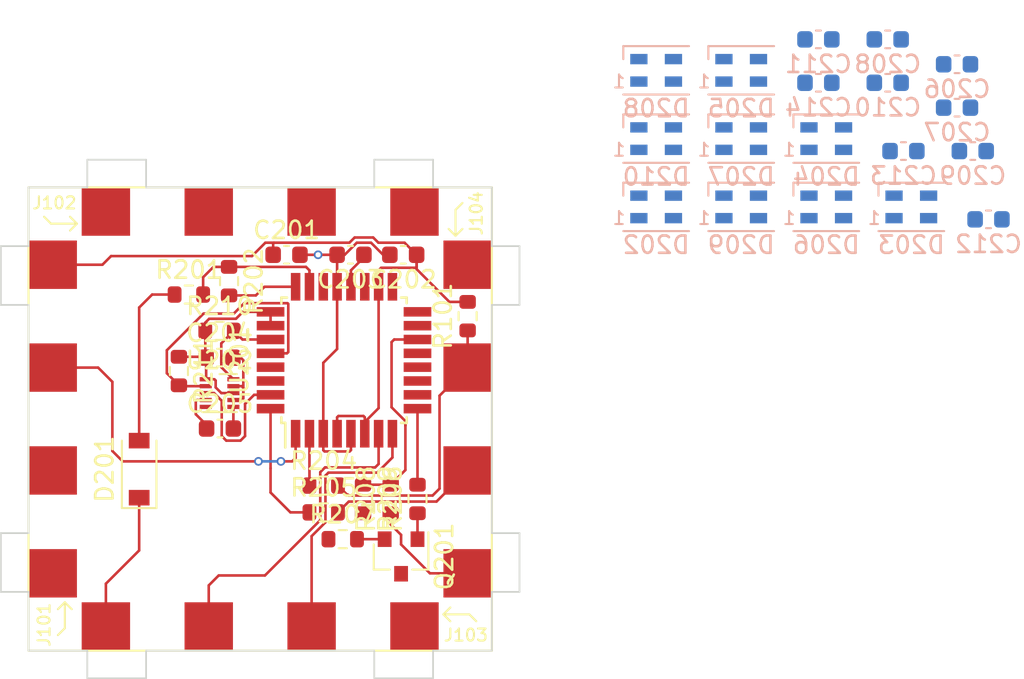
<source format=kicad_pcb>
(kicad_pcb (version 20171130) (host pcbnew 5.1.10)

  (general
    (thickness 1.6)
    (drawings 40)
    (tracks 184)
    (zones 0)
    (modules 42)
    (nets 48)
  )

  (page A4)
  (layers
    (0 F.Cu signal)
    (31 B.Cu signal)
    (32 B.Adhes user)
    (33 F.Adhes user)
    (34 B.Paste user)
    (35 F.Paste user)
    (36 B.SilkS user)
    (37 F.SilkS user hide)
    (38 B.Mask user)
    (39 F.Mask user)
    (40 Dwgs.User user)
    (41 Cmts.User user)
    (42 Eco1.User user)
    (43 Eco2.User user)
    (44 Edge.Cuts user)
    (45 Margin user)
    (46 B.CrtYd user)
    (47 F.CrtYd user)
    (48 B.Fab user)
    (49 F.Fab user hide)
  )

  (setup
    (last_trace_width 0.15)
    (user_trace_width 0.15)
    (user_trace_width 0.25)
    (user_trace_width 0.6)
    (trace_clearance 0.15)
    (zone_clearance 0.508)
    (zone_45_only no)
    (trace_min 0.15)
    (via_size 0.5)
    (via_drill 0.3)
    (via_min_size 0.4)
    (via_min_drill 0.3)
    (user_via 0.5 0.3)
    (uvia_size 0.3)
    (uvia_drill 0.1)
    (uvias_allowed no)
    (uvia_min_size 0.2)
    (uvia_min_drill 0.1)
    (edge_width 0.1)
    (segment_width 0.2)
    (pcb_text_width 0.3)
    (pcb_text_size 1.5 1.5)
    (mod_edge_width 0.15)
    (mod_text_size 1 1)
    (mod_text_width 0.15)
    (pad_size 1.524 1.524)
    (pad_drill 0.762)
    (pad_to_mask_clearance 0)
    (aux_axis_origin 0 0)
    (visible_elements FFFFFF7F)
    (pcbplotparams
      (layerselection 0x010fc_ffffffff)
      (usegerberextensions false)
      (usegerberattributes true)
      (usegerberadvancedattributes true)
      (creategerberjobfile true)
      (excludeedgelayer true)
      (linewidth 0.100000)
      (plotframeref false)
      (viasonmask false)
      (mode 1)
      (useauxorigin false)
      (hpglpennumber 1)
      (hpglpenspeed 20)
      (hpglpendiameter 15.000000)
      (psnegative false)
      (psa4output false)
      (plotreference true)
      (plotvalue true)
      (plotinvisibletext false)
      (padsonsilk false)
      (subtractmaskfromsilk false)
      (outputformat 1)
      (mirror false)
      (drillshape 1)
      (scaleselection 1)
      (outputdirectory ""))
  )

  (net 0 "")
  (net 1 GND)
  (net 2 VCPU)
  (net 3 VAUX)
  (net 4 VLED)
  (net 5 "Net-(D201-Pad2)")
  (net 6 +BATT)
  (net 7 /led_substring_digital/DIN)
  (net 8 /LED_DOUT)
  (net 9 /USB_DM)
  (net 10 /USB_DP)
  (net 11 /~VLED_EN)
  (net 12 /~CHG_ACTIVE)
  (net 13 /~BTN)
  (net 14 VBUS)
  (net 15 "Net-(Q201-Pad1)")
  (net 16 /BATT_SENSE)
  (net 17 /~BATT_SENSE_EN)
  (net 18 /MCU_DM)
  (net 19 /MCU_DP)
  (net 20 /LED_DIN)
  (net 21 /VBUS_SENSE)
  (net 22 /AXL_SDA)
  (net 23 /AXL_SCL)
  (net 24 /~RESET)
  (net 25 "Net-(U201-Pad22)")
  (net 26 "Net-(U201-Pad19)")
  (net 27 /AXL_INT2)
  (net 28 /AXL_INT1)
  (net 29 "Net-(U201-Pad17)")
  (net 30 "Net-(U201-Pad16)")
  (net 31 "Net-(U201-Pad15)")
  (net 32 "Net-(U201-Pad13)")
  (net 33 "Net-(U201-Pad12)")
  (net 34 "Net-(U201-Pad30)")
  (net 35 "Net-(U201-Pad11)")
  (net 36 "Net-(U201-Pad10)")
  (net 37 "Net-(C203-Pad1)")
  (net 38 "Net-(C205-Pad1)")
  (net 39 "Net-(D202-Pad1)")
  (net 40 "Net-(D203-Pad1)")
  (net 41 "Net-(D203-Pad3)")
  (net 42 "Net-(D204-Pad1)")
  (net 43 "Net-(D204-Pad3)")
  (net 44 "Net-(D205-Pad1)")
  (net 45 "Net-(D206-Pad1)")
  (net 46 "Net-(D207-Pad1)")
  (net 47 "Net-(J102-Pad2)")

  (net_class Default "This is the default net class."
    (clearance 0.15)
    (trace_width 0.15)
    (via_dia 0.5)
    (via_drill 0.3)
    (uvia_dia 0.3)
    (uvia_drill 0.1)
    (add_net +BATT)
    (add_net /AXL_INT1)
    (add_net /AXL_INT2)
    (add_net /AXL_SCL)
    (add_net /AXL_SDA)
    (add_net /BATT_SENSE)
    (add_net /LED_DIN)
    (add_net /LED_DOUT)
    (add_net /MCU_DM)
    (add_net /MCU_DP)
    (add_net /USB_DM)
    (add_net /USB_DP)
    (add_net /VBUS_SENSE)
    (add_net /led_substring_digital/DIN)
    (add_net /~BATT_SENSE_EN)
    (add_net /~BTN)
    (add_net /~CHG_ACTIVE)
    (add_net /~RESET)
    (add_net /~VLED_EN)
    (add_net GND)
    (add_net "Net-(C203-Pad1)")
    (add_net "Net-(C205-Pad1)")
    (add_net "Net-(D201-Pad2)")
    (add_net "Net-(D202-Pad1)")
    (add_net "Net-(D203-Pad1)")
    (add_net "Net-(D203-Pad3)")
    (add_net "Net-(D204-Pad1)")
    (add_net "Net-(D204-Pad3)")
    (add_net "Net-(D205-Pad1)")
    (add_net "Net-(D206-Pad1)")
    (add_net "Net-(D207-Pad1)")
    (add_net "Net-(J102-Pad2)")
    (add_net "Net-(Q201-Pad1)")
    (add_net "Net-(U201-Pad10)")
    (add_net "Net-(U201-Pad11)")
    (add_net "Net-(U201-Pad12)")
    (add_net "Net-(U201-Pad13)")
    (add_net "Net-(U201-Pad15)")
    (add_net "Net-(U201-Pad16)")
    (add_net "Net-(U201-Pad17)")
    (add_net "Net-(U201-Pad19)")
    (add_net "Net-(U201-Pad22)")
    (add_net "Net-(U201-Pad30)")
    (add_net VAUX)
    (add_net VBUS)
    (add_net VCPU)
    (add_net VLED)
  )

  (net_class Power ""
    (clearance 0.15)
    (trace_width 0.25)
    (via_dia 0.8)
    (via_drill 0.4)
    (uvia_dia 0.3)
    (uvia_drill 0.1)
  )

  (module Capacitor_SMD:C_0603_1608Metric (layer F.Cu) (tedit 5F68FEEE) (tstamp 60E6DA45)
    (at 156.575 90.55 180)
    (descr "Capacitor SMD 0603 (1608 Metric), square (rectangular) end terminal, IPC_7351 nominal, (Body size source: IPC-SM-782 page 76, https://www.pcb-3d.com/wordpress/wp-content/uploads/ipc-sm-782a_amendment_1_and_2.pdf), generated with kicad-footprint-generator")
    (tags capacitor)
    (path /60E75164)
    (attr smd)
    (fp_text reference C202 (at 0 -1.43) (layer F.SilkS)
      (effects (font (size 1 1) (thickness 0.15)))
    )
    (fp_text value 100n (at 0 1.43) (layer F.Fab)
      (effects (font (size 1 1) (thickness 0.15)))
    )
    (fp_line (start -0.8 0.4) (end -0.8 -0.4) (layer F.Fab) (width 0.1))
    (fp_line (start -0.8 -0.4) (end 0.8 -0.4) (layer F.Fab) (width 0.1))
    (fp_line (start 0.8 -0.4) (end 0.8 0.4) (layer F.Fab) (width 0.1))
    (fp_line (start 0.8 0.4) (end -0.8 0.4) (layer F.Fab) (width 0.1))
    (fp_line (start -0.14058 -0.51) (end 0.14058 -0.51) (layer F.SilkS) (width 0.12))
    (fp_line (start -0.14058 0.51) (end 0.14058 0.51) (layer F.SilkS) (width 0.12))
    (fp_line (start -1.48 0.73) (end -1.48 -0.73) (layer F.CrtYd) (width 0.05))
    (fp_line (start -1.48 -0.73) (end 1.48 -0.73) (layer F.CrtYd) (width 0.05))
    (fp_line (start 1.48 -0.73) (end 1.48 0.73) (layer F.CrtYd) (width 0.05))
    (fp_line (start 1.48 0.73) (end -1.48 0.73) (layer F.CrtYd) (width 0.05))
    (fp_text user %R (at 0 0) (layer F.Fab)
      (effects (font (size 0.4 0.4) (thickness 0.06)))
    )
    (pad 1 smd roundrect (at -0.775 0 180) (size 0.9 0.95) (layers F.Cu F.Paste F.Mask) (roundrect_rratio 0.25)
      (net 2 VCPU))
    (pad 2 smd roundrect (at 0.775 0 180) (size 0.9 0.95) (layers F.Cu F.Paste F.Mask) (roundrect_rratio 0.25)
      (net 1 GND))
    (model ${KISYS3DMOD}/Capacitor_SMD.3dshapes/C_0603_1608Metric.wrl
      (at (xyz 0 0 0))
      (scale (xyz 1 1 1))
      (rotate (xyz 0 0 0))
    )
  )

  (module Capacitor_SMD:C_0603_1608Metric (layer F.Cu) (tedit 5F68FEEE) (tstamp 60E1B78A)
    (at 153.525 90.55 180)
    (descr "Capacitor SMD 0603 (1608 Metric), square (rectangular) end terminal, IPC_7351 nominal, (Body size source: IPC-SM-782 page 76, https://www.pcb-3d.com/wordpress/wp-content/uploads/ipc-sm-782a_amendment_1_and_2.pdf), generated with kicad-footprint-generator")
    (tags capacitor)
    (path /6079B78B)
    (attr smd)
    (fp_text reference C203 (at 0 -1.43) (layer F.SilkS)
      (effects (font (size 1 1) (thickness 0.15)))
    )
    (fp_text value 100n (at 0 1.43) (layer F.Fab)
      (effects (font (size 1 1) (thickness 0.15)))
    )
    (fp_line (start 1.48 0.73) (end -1.48 0.73) (layer F.CrtYd) (width 0.05))
    (fp_line (start 1.48 -0.73) (end 1.48 0.73) (layer F.CrtYd) (width 0.05))
    (fp_line (start -1.48 -0.73) (end 1.48 -0.73) (layer F.CrtYd) (width 0.05))
    (fp_line (start -1.48 0.73) (end -1.48 -0.73) (layer F.CrtYd) (width 0.05))
    (fp_line (start -0.14058 0.51) (end 0.14058 0.51) (layer F.SilkS) (width 0.12))
    (fp_line (start -0.14058 -0.51) (end 0.14058 -0.51) (layer F.SilkS) (width 0.12))
    (fp_line (start 0.8 0.4) (end -0.8 0.4) (layer F.Fab) (width 0.1))
    (fp_line (start 0.8 -0.4) (end 0.8 0.4) (layer F.Fab) (width 0.1))
    (fp_line (start -0.8 -0.4) (end 0.8 -0.4) (layer F.Fab) (width 0.1))
    (fp_line (start -0.8 0.4) (end -0.8 -0.4) (layer F.Fab) (width 0.1))
    (fp_text user %R (at 0 0) (layer F.Fab)
      (effects (font (size 0.4 0.4) (thickness 0.06)))
    )
    (pad 2 smd roundrect (at 0.775 0 180) (size 0.9 0.95) (layers F.Cu F.Paste F.Mask) (roundrect_rratio 0.25)
      (net 1 GND))
    (pad 1 smd roundrect (at -0.775 0 180) (size 0.9 0.95) (layers F.Cu F.Paste F.Mask) (roundrect_rratio 0.25)
      (net 37 "Net-(C203-Pad1)"))
    (model ${KISYS3DMOD}/Capacitor_SMD.3dshapes/C_0603_1608Metric.wrl
      (at (xyz 0 0 0))
      (scale (xyz 1 1 1))
      (rotate (xyz 0 0 0))
    )
  )

  (module Capacitor_SMD:C_0603_1608Metric (layer F.Cu) (tedit 5F68FEEE) (tstamp 60E1E9A6)
    (at 145.975 100.6)
    (descr "Capacitor SMD 0603 (1608 Metric), square (rectangular) end terminal, IPC_7351 nominal, (Body size source: IPC-SM-782 page 76, https://www.pcb-3d.com/wordpress/wp-content/uploads/ipc-sm-782a_amendment_1_and_2.pdf), generated with kicad-footprint-generator")
    (tags capacitor)
    (path /604922A2)
    (attr smd)
    (fp_text reference C205 (at 0 -1.43) (layer F.SilkS)
      (effects (font (size 1 1) (thickness 0.15)))
    )
    (fp_text value 100n (at 0 1.43) (layer F.Fab)
      (effects (font (size 1 1) (thickness 0.15)))
    )
    (fp_line (start 1.48 0.73) (end -1.48 0.73) (layer F.CrtYd) (width 0.05))
    (fp_line (start 1.48 -0.73) (end 1.48 0.73) (layer F.CrtYd) (width 0.05))
    (fp_line (start -1.48 -0.73) (end 1.48 -0.73) (layer F.CrtYd) (width 0.05))
    (fp_line (start -1.48 0.73) (end -1.48 -0.73) (layer F.CrtYd) (width 0.05))
    (fp_line (start -0.14058 0.51) (end 0.14058 0.51) (layer F.SilkS) (width 0.12))
    (fp_line (start -0.14058 -0.51) (end 0.14058 -0.51) (layer F.SilkS) (width 0.12))
    (fp_line (start 0.8 0.4) (end -0.8 0.4) (layer F.Fab) (width 0.1))
    (fp_line (start 0.8 -0.4) (end 0.8 0.4) (layer F.Fab) (width 0.1))
    (fp_line (start -0.8 -0.4) (end 0.8 -0.4) (layer F.Fab) (width 0.1))
    (fp_line (start -0.8 0.4) (end -0.8 -0.4) (layer F.Fab) (width 0.1))
    (fp_text user %R (at 0 0) (layer F.Fab)
      (effects (font (size 0.4 0.4) (thickness 0.06)))
    )
    (pad 2 smd roundrect (at 0.775 0) (size 0.9 0.95) (layers F.Cu F.Paste F.Mask) (roundrect_rratio 0.25)
      (net 1 GND))
    (pad 1 smd roundrect (at -0.775 0) (size 0.9 0.95) (layers F.Cu F.Paste F.Mask) (roundrect_rratio 0.25)
      (net 38 "Net-(C205-Pad1)"))
    (model ${KISYS3DMOD}/Capacitor_SMD.3dshapes/C_0603_1608Metric.wrl
      (at (xyz 0 0 0))
      (scale (xyz 1 1 1))
      (rotate (xyz 0 0 0))
    )
  )

  (module Package_QFP:TQFP-32_7x7mm_P0.8mm (layer F.Cu) (tedit 5A02F146) (tstamp 60E1BACC)
    (at 153.15 96.65 90)
    (descr "32-Lead Plastic Thin Quad Flatpack (PT) - 7x7x1.0 mm Body, 2.00 mm [TQFP] (see Microchip Packaging Specification 00000049BS.pdf)")
    (tags "QFP 0.8")
    (path /6069D7A4)
    (attr smd)
    (fp_text reference U201 (at 0 -6.05 90) (layer F.SilkS)
      (effects (font (size 1 1) (thickness 0.15)))
    )
    (fp_text value ATmega328-AU (at 0 6.05 90) (layer F.Fab)
      (effects (font (size 1 1) (thickness 0.15)))
    )
    (fp_line (start -3.625 -3.4) (end -5.05 -3.4) (layer F.SilkS) (width 0.15))
    (fp_line (start 3.625 -3.625) (end 3.3 -3.625) (layer F.SilkS) (width 0.15))
    (fp_line (start 3.625 3.625) (end 3.3 3.625) (layer F.SilkS) (width 0.15))
    (fp_line (start -3.625 3.625) (end -3.3 3.625) (layer F.SilkS) (width 0.15))
    (fp_line (start -3.625 -3.625) (end -3.3 -3.625) (layer F.SilkS) (width 0.15))
    (fp_line (start -3.625 3.625) (end -3.625 3.3) (layer F.SilkS) (width 0.15))
    (fp_line (start 3.625 3.625) (end 3.625 3.3) (layer F.SilkS) (width 0.15))
    (fp_line (start 3.625 -3.625) (end 3.625 -3.3) (layer F.SilkS) (width 0.15))
    (fp_line (start -3.625 -3.625) (end -3.625 -3.4) (layer F.SilkS) (width 0.15))
    (fp_line (start -5.3 5.3) (end 5.3 5.3) (layer F.CrtYd) (width 0.05))
    (fp_line (start -5.3 -5.3) (end 5.3 -5.3) (layer F.CrtYd) (width 0.05))
    (fp_line (start 5.3 -5.3) (end 5.3 5.3) (layer F.CrtYd) (width 0.05))
    (fp_line (start -5.3 -5.3) (end -5.3 5.3) (layer F.CrtYd) (width 0.05))
    (fp_line (start -3.5 -2.5) (end -2.5 -3.5) (layer F.Fab) (width 0.15))
    (fp_line (start -3.5 3.5) (end -3.5 -2.5) (layer F.Fab) (width 0.15))
    (fp_line (start 3.5 3.5) (end -3.5 3.5) (layer F.Fab) (width 0.15))
    (fp_line (start 3.5 -3.5) (end 3.5 3.5) (layer F.Fab) (width 0.15))
    (fp_line (start -2.5 -3.5) (end 3.5 -3.5) (layer F.Fab) (width 0.15))
    (fp_text user %R (at 0 0 90) (layer F.Fab)
      (effects (font (size 1 1) (thickness 0.15)))
    )
    (pad 32 smd rect (at -2.8 -4.25 180) (size 1.6 0.55) (layers F.Cu F.Paste F.Mask)
      (net 19 /MCU_DP))
    (pad 31 smd rect (at -2 -4.25 180) (size 1.6 0.55) (layers F.Cu F.Paste F.Mask)
      (net 28 /AXL_INT1))
    (pad 30 smd rect (at -1.2 -4.25 180) (size 1.6 0.55) (layers F.Cu F.Paste F.Mask)
      (net 34 "Net-(U201-Pad30)"))
    (pad 29 smd rect (at -0.4 -4.25 180) (size 1.6 0.55) (layers F.Cu F.Paste F.Mask)
      (net 24 /~RESET))
    (pad 28 smd rect (at 0.4 -4.25 180) (size 1.6 0.55) (layers F.Cu F.Paste F.Mask)
      (net 23 /AXL_SCL))
    (pad 27 smd rect (at 1.2 -4.25 180) (size 1.6 0.55) (layers F.Cu F.Paste F.Mask)
      (net 22 /AXL_SDA))
    (pad 26 smd rect (at 2 -4.25 180) (size 1.6 0.55) (layers F.Cu F.Paste F.Mask)
      (net 3 VAUX))
    (pad 25 smd rect (at 2.8 -4.25 180) (size 1.6 0.55) (layers F.Cu F.Paste F.Mask)
      (net 3 VAUX))
    (pad 24 smd rect (at 4.25 -2.8 90) (size 1.6 0.55) (layers F.Cu F.Paste F.Mask)
      (net 17 /~BATT_SENSE_EN))
    (pad 23 smd rect (at 4.25 -2 90) (size 1.6 0.55) (layers F.Cu F.Paste F.Mask)
      (net 16 /BATT_SENSE))
    (pad 22 smd rect (at 4.25 -1.2 90) (size 1.6 0.55) (layers F.Cu F.Paste F.Mask)
      (net 25 "Net-(U201-Pad22)"))
    (pad 21 smd rect (at 4.25 -0.4 90) (size 1.6 0.55) (layers F.Cu F.Paste F.Mask)
      (net 1 GND))
    (pad 20 smd rect (at 4.25 0.4 90) (size 1.6 0.55) (layers F.Cu F.Paste F.Mask)
      (net 37 "Net-(C203-Pad1)"))
    (pad 19 smd rect (at 4.25 1.2 90) (size 1.6 0.55) (layers F.Cu F.Paste F.Mask)
      (net 26 "Net-(U201-Pad19)"))
    (pad 18 smd rect (at 4.25 2 90) (size 1.6 0.55) (layers F.Cu F.Paste F.Mask)
      (net 2 VCPU))
    (pad 17 smd rect (at 4.25 2.8 90) (size 1.6 0.55) (layers F.Cu F.Paste F.Mask)
      (net 29 "Net-(U201-Pad17)"))
    (pad 16 smd rect (at 2.8 4.25 180) (size 1.6 0.55) (layers F.Cu F.Paste F.Mask)
      (net 30 "Net-(U201-Pad16)"))
    (pad 15 smd rect (at 2 4.25 180) (size 1.6 0.55) (layers F.Cu F.Paste F.Mask)
      (net 31 "Net-(U201-Pad15)"))
    (pad 14 smd rect (at 1.2 4.25 180) (size 1.6 0.55) (layers F.Cu F.Paste F.Mask)
      (net 21 /VBUS_SENSE))
    (pad 13 smd rect (at 0.4 4.25 180) (size 1.6 0.55) (layers F.Cu F.Paste F.Mask)
      (net 32 "Net-(U201-Pad13)"))
    (pad 12 smd rect (at -0.4 4.25 180) (size 1.6 0.55) (layers F.Cu F.Paste F.Mask)
      (net 33 "Net-(U201-Pad12)"))
    (pad 11 smd rect (at -1.2 4.25 180) (size 1.6 0.55) (layers F.Cu F.Paste F.Mask)
      (net 35 "Net-(U201-Pad11)"))
    (pad 10 smd rect (at -2 4.25 180) (size 1.6 0.55) (layers F.Cu F.Paste F.Mask)
      (net 36 "Net-(U201-Pad10)"))
    (pad 9 smd rect (at -2.8 4.25 180) (size 1.6 0.55) (layers F.Cu F.Paste F.Mask)
      (net 20 /LED_DIN))
    (pad 8 smd rect (at -4.25 2.8 90) (size 1.6 0.55) (layers F.Cu F.Paste F.Mask)
      (net 12 /~CHG_ACTIVE))
    (pad 7 smd rect (at -4.25 2 90) (size 1.6 0.55) (layers F.Cu F.Paste F.Mask)
      (net 11 /~VLED_EN))
    (pad 6 smd rect (at -4.25 1.2 90) (size 1.6 0.55) (layers F.Cu F.Paste F.Mask)
      (net 2 VCPU))
    (pad 5 smd rect (at -4.25 0.4 90) (size 1.6 0.55) (layers F.Cu F.Paste F.Mask)
      (net 1 GND))
    (pad 4 smd rect (at -4.25 -0.4 90) (size 1.6 0.55) (layers F.Cu F.Paste F.Mask)
      (net 2 VCPU))
    (pad 3 smd rect (at -4.25 -1.2 90) (size 1.6 0.55) (layers F.Cu F.Paste F.Mask)
      (net 1 GND))
    (pad 2 smd rect (at -4.25 -2 90) (size 1.6 0.55) (layers F.Cu F.Paste F.Mask)
      (net 18 /MCU_DM))
    (pad 1 smd rect (at -4.25 -2.8 90) (size 1.6 0.55) (layers F.Cu F.Paste F.Mask)
      (net 13 /~BTN))
    (model ${KISYS3DMOD}/Package_QFP.3dshapes/TQFP-32_7x7mm_P0.8mm.wrl
      (at (xyz 0 0 0))
      (scale (xyz 1 1 1))
      (rotate (xyz 0 0 0))
    )
  )

  (module Package_DFN_QFN:DFN-10_2x2mm_P0.4mm (layer F.Cu) (tedit 5EA4BEFE) (tstamp 60E1E8D4)
    (at 145.95 98.55)
    (descr "10-Lead Plastic DFN (2mm x 2mm)  0.40mm pitch")
    (tags "DFN 10 0.4mm")
    (path /60475A27)
    (attr smd)
    (fp_text reference U202 (at 0 -1.9) (layer F.SilkS)
      (effects (font (size 1 1) (thickness 0.15)))
    )
    (fp_text value MMA8653FCR1 (at 0 1.8) (layer F.Fab)
      (effects (font (size 1 1) (thickness 0.15)))
    )
    (fp_line (start 1 1.1) (end -1 1.1) (layer F.SilkS) (width 0.12))
    (fp_line (start 1.4 -1.25) (end 1.4 1.25) (layer F.CrtYd) (width 0.05))
    (fp_line (start -1.4 1.25) (end -1.4 -1.25) (layer F.CrtYd) (width 0.05))
    (fp_line (start 1 -1.1) (end 0 -1.1) (layer F.SilkS) (width 0.12))
    (fp_line (start 1.4 -1.25) (end -1.4 -1.25) (layer F.CrtYd) (width 0.05))
    (fp_line (start -1.4 1.25) (end 1.4 1.25) (layer F.CrtYd) (width 0.05))
    (fp_line (start 1 1) (end -1 1) (layer F.Fab) (width 0.1))
    (fp_line (start 1 1) (end 1 -1) (layer F.Fab) (width 0.1))
    (fp_line (start 1 -1) (end -0.5 -1) (layer F.Fab) (width 0.1))
    (fp_line (start -0.5 -1) (end -1 -0.5) (layer F.Fab) (width 0.1))
    (fp_line (start -1 -0.5) (end -1 1) (layer F.Fab) (width 0.1))
    (fp_text user %R (at 0 0) (layer F.Fab)
      (effects (font (size 0.45 0.45) (thickness 0.05)))
    )
    (pad 10 smd rect (at 0.8 -0.8) (size 0.7 0.25) (layers F.Cu F.Paste F.Mask)
      (net 22 /AXL_SDA))
    (pad 9 smd rect (at 0.8 -0.4) (size 0.7 0.25) (layers F.Cu F.Paste F.Mask)
      (net 1 GND))
    (pad 8 smd rect (at 0.8 0) (size 0.7 0.25) (layers F.Cu F.Paste F.Mask)
      (net 3 VAUX))
    (pad 7 smd rect (at 0.8 0.4) (size 0.7 0.25) (layers F.Cu F.Paste F.Mask)
      (net 1 GND))
    (pad 6 smd rect (at 0.8 0.8) (size 0.7 0.25) (layers F.Cu F.Paste F.Mask)
      (net 1 GND))
    (pad 5 smd rect (at -0.8 0.8) (size 0.7 0.25) (layers F.Cu F.Paste F.Mask)
      (net 27 /AXL_INT2))
    (pad 4 smd rect (at -0.8 0.4) (size 0.7 0.25) (layers F.Cu F.Paste F.Mask)
      (net 38 "Net-(C205-Pad1)"))
    (pad 3 smd rect (at -0.8 0) (size 0.7 0.25) (layers F.Cu F.Paste F.Mask)
      (net 28 /AXL_INT1))
    (pad 2 smd rect (at -0.8 -0.4) (size 0.7 0.25) (layers F.Cu F.Paste F.Mask)
      (net 23 /AXL_SCL))
    (pad 1 smd rect (at -0.8 -0.8) (size 0.7 0.25) (layers F.Cu F.Paste F.Mask)
      (net 3 VAUX))
    (model ${KISYS3DMOD}/Package_DFN_QFN.3dshapes/DFN-10_2x2mm_P0.4mm.wrl
      (at (xyz 0 0 0))
      (scale (xyz 1 1 1))
      (rotate (xyz 0 0 0))
    )
  )

  (module Resistor_SMD:R_0603_1608Metric (layer F.Cu) (tedit 5F68FEEE) (tstamp 60E1E916)
    (at 143.6 97.275 270)
    (descr "Resistor SMD 0603 (1608 Metric), square (rectangular) end terminal, IPC_7351 nominal, (Body size source: IPC-SM-782 page 72, https://www.pcb-3d.com/wordpress/wp-content/uploads/ipc-sm-782a_amendment_1_and_2.pdf), generated with kicad-footprint-generator")
    (tags resistor)
    (path /604CA988)
    (attr smd)
    (fp_text reference R211 (at 0 -1.43 90) (layer F.SilkS)
      (effects (font (size 1 1) (thickness 0.15)))
    )
    (fp_text value 4k7 (at 0 1.43 90) (layer F.Fab)
      (effects (font (size 1 1) (thickness 0.15)))
    )
    (fp_line (start 1.48 0.73) (end -1.48 0.73) (layer F.CrtYd) (width 0.05))
    (fp_line (start 1.48 -0.73) (end 1.48 0.73) (layer F.CrtYd) (width 0.05))
    (fp_line (start -1.48 -0.73) (end 1.48 -0.73) (layer F.CrtYd) (width 0.05))
    (fp_line (start -1.48 0.73) (end -1.48 -0.73) (layer F.CrtYd) (width 0.05))
    (fp_line (start -0.237258 0.5225) (end 0.237258 0.5225) (layer F.SilkS) (width 0.12))
    (fp_line (start -0.237258 -0.5225) (end 0.237258 -0.5225) (layer F.SilkS) (width 0.12))
    (fp_line (start 0.8 0.4125) (end -0.8 0.4125) (layer F.Fab) (width 0.1))
    (fp_line (start 0.8 -0.4125) (end 0.8 0.4125) (layer F.Fab) (width 0.1))
    (fp_line (start -0.8 -0.4125) (end 0.8 -0.4125) (layer F.Fab) (width 0.1))
    (fp_line (start -0.8 0.4125) (end -0.8 -0.4125) (layer F.Fab) (width 0.1))
    (fp_text user %R (at 0 0 90) (layer F.Fab)
      (effects (font (size 0.4 0.4) (thickness 0.06)))
    )
    (pad 2 smd roundrect (at 0.825 0 270) (size 0.8 0.95) (layers F.Cu F.Paste F.Mask) (roundrect_rratio 0.25)
      (net 23 /AXL_SCL))
    (pad 1 smd roundrect (at -0.825 0 270) (size 0.8 0.95) (layers F.Cu F.Paste F.Mask) (roundrect_rratio 0.25)
      (net 3 VAUX))
    (model ${KISYS3DMOD}/Resistor_SMD.3dshapes/R_0603_1608Metric.wrl
      (at (xyz 0 0 0))
      (scale (xyz 1 1 1))
      (rotate (xyz 0 0 0))
    )
  )

  (module Resistor_SMD:R_0603_1608Metric (layer F.Cu) (tedit 5F68FEEE) (tstamp 60E1E946)
    (at 145.95 94.95)
    (descr "Resistor SMD 0603 (1608 Metric), square (rectangular) end terminal, IPC_7351 nominal, (Body size source: IPC-SM-782 page 72, https://www.pcb-3d.com/wordpress/wp-content/uploads/ipc-sm-782a_amendment_1_and_2.pdf), generated with kicad-footprint-generator")
    (tags resistor)
    (path /604C8E82)
    (attr smd)
    (fp_text reference R210 (at 0 -1.43) (layer F.SilkS)
      (effects (font (size 1 1) (thickness 0.15)))
    )
    (fp_text value 4k7 (at 0 1.43) (layer F.Fab)
      (effects (font (size 1 1) (thickness 0.15)))
    )
    (fp_line (start 1.48 0.73) (end -1.48 0.73) (layer F.CrtYd) (width 0.05))
    (fp_line (start 1.48 -0.73) (end 1.48 0.73) (layer F.CrtYd) (width 0.05))
    (fp_line (start -1.48 -0.73) (end 1.48 -0.73) (layer F.CrtYd) (width 0.05))
    (fp_line (start -1.48 0.73) (end -1.48 -0.73) (layer F.CrtYd) (width 0.05))
    (fp_line (start -0.237258 0.5225) (end 0.237258 0.5225) (layer F.SilkS) (width 0.12))
    (fp_line (start -0.237258 -0.5225) (end 0.237258 -0.5225) (layer F.SilkS) (width 0.12))
    (fp_line (start 0.8 0.4125) (end -0.8 0.4125) (layer F.Fab) (width 0.1))
    (fp_line (start 0.8 -0.4125) (end 0.8 0.4125) (layer F.Fab) (width 0.1))
    (fp_line (start -0.8 -0.4125) (end 0.8 -0.4125) (layer F.Fab) (width 0.1))
    (fp_line (start -0.8 0.4125) (end -0.8 -0.4125) (layer F.Fab) (width 0.1))
    (fp_text user %R (at 0 0) (layer F.Fab)
      (effects (font (size 0.4 0.4) (thickness 0.06)))
    )
    (pad 2 smd roundrect (at 0.825 0) (size 0.8 0.95) (layers F.Cu F.Paste F.Mask) (roundrect_rratio 0.25)
      (net 22 /AXL_SDA))
    (pad 1 smd roundrect (at -0.825 0) (size 0.8 0.95) (layers F.Cu F.Paste F.Mask) (roundrect_rratio 0.25)
      (net 3 VAUX))
    (model ${KISYS3DMOD}/Resistor_SMD.3dshapes/R_0603_1608Metric.wrl
      (at (xyz 0 0 0))
      (scale (xyz 1 1 1))
      (rotate (xyz 0 0 0))
    )
  )

  (module Resistor_SMD:R_0603_1608Metric (layer F.Cu) (tedit 5F68FEEE) (tstamp 60FC6688)
    (at 154.25 104.675 270)
    (descr "Resistor SMD 0603 (1608 Metric), square (rectangular) end terminal, IPC_7351 nominal, (Body size source: IPC-SM-782 page 72, https://www.pcb-3d.com/wordpress/wp-content/uploads/ipc-sm-782a_amendment_1_and_2.pdf), generated with kicad-footprint-generator")
    (tags resistor)
    (path /609779A0)
    (attr smd)
    (fp_text reference R209 (at 0 -1.43 90) (layer F.SilkS)
      (effects (font (size 1 1) (thickness 0.15)))
    )
    (fp_text value 10k (at 0 1.43 90) (layer F.Fab)
      (effects (font (size 1 1) (thickness 0.15)))
    )
    (fp_line (start 1.48 0.73) (end -1.48 0.73) (layer F.CrtYd) (width 0.05))
    (fp_line (start 1.48 -0.73) (end 1.48 0.73) (layer F.CrtYd) (width 0.05))
    (fp_line (start -1.48 -0.73) (end 1.48 -0.73) (layer F.CrtYd) (width 0.05))
    (fp_line (start -1.48 0.73) (end -1.48 -0.73) (layer F.CrtYd) (width 0.05))
    (fp_line (start -0.237258 0.5225) (end 0.237258 0.5225) (layer F.SilkS) (width 0.12))
    (fp_line (start -0.237258 -0.5225) (end 0.237258 -0.5225) (layer F.SilkS) (width 0.12))
    (fp_line (start 0.8 0.4125) (end -0.8 0.4125) (layer F.Fab) (width 0.1))
    (fp_line (start 0.8 -0.4125) (end 0.8 0.4125) (layer F.Fab) (width 0.1))
    (fp_line (start -0.8 -0.4125) (end 0.8 -0.4125) (layer F.Fab) (width 0.1))
    (fp_line (start -0.8 0.4125) (end -0.8 -0.4125) (layer F.Fab) (width 0.1))
    (fp_text user %R (at 0 0 90) (layer F.Fab)
      (effects (font (size 0.4 0.4) (thickness 0.06)))
    )
    (pad 2 smd roundrect (at 0.825 0 270) (size 0.8 0.95) (layers F.Cu F.Paste F.Mask) (roundrect_rratio 0.25)
      (net 1 GND))
    (pad 1 smd roundrect (at -0.825 0 270) (size 0.8 0.95) (layers F.Cu F.Paste F.Mask) (roundrect_rratio 0.25)
      (net 21 /VBUS_SENSE))
    (model ${KISYS3DMOD}/Resistor_SMD.3dshapes/R_0603_1608Metric.wrl
      (at (xyz 0 0 0))
      (scale (xyz 1 1 1))
      (rotate (xyz 0 0 0))
    )
  )

  (module Resistor_SMD:R_0603_1608Metric (layer F.Cu) (tedit 5F68FEEE) (tstamp 60FC6655)
    (at 155.85 104.675 90)
    (descr "Resistor SMD 0603 (1608 Metric), square (rectangular) end terminal, IPC_7351 nominal, (Body size source: IPC-SM-782 page 72, https://www.pcb-3d.com/wordpress/wp-content/uploads/ipc-sm-782a_amendment_1_and_2.pdf), generated with kicad-footprint-generator")
    (tags resistor)
    (path /60977748)
    (attr smd)
    (fp_text reference R208 (at 0 -1.43 90) (layer F.SilkS)
      (effects (font (size 1 1) (thickness 0.15)))
    )
    (fp_text value 10k (at 0 1.43 90) (layer F.Fab)
      (effects (font (size 1 1) (thickness 0.15)))
    )
    (fp_line (start 1.48 0.73) (end -1.48 0.73) (layer F.CrtYd) (width 0.05))
    (fp_line (start 1.48 -0.73) (end 1.48 0.73) (layer F.CrtYd) (width 0.05))
    (fp_line (start -1.48 -0.73) (end 1.48 -0.73) (layer F.CrtYd) (width 0.05))
    (fp_line (start -1.48 0.73) (end -1.48 -0.73) (layer F.CrtYd) (width 0.05))
    (fp_line (start -0.237258 0.5225) (end 0.237258 0.5225) (layer F.SilkS) (width 0.12))
    (fp_line (start -0.237258 -0.5225) (end 0.237258 -0.5225) (layer F.SilkS) (width 0.12))
    (fp_line (start 0.8 0.4125) (end -0.8 0.4125) (layer F.Fab) (width 0.1))
    (fp_line (start 0.8 -0.4125) (end 0.8 0.4125) (layer F.Fab) (width 0.1))
    (fp_line (start -0.8 -0.4125) (end 0.8 -0.4125) (layer F.Fab) (width 0.1))
    (fp_line (start -0.8 0.4125) (end -0.8 -0.4125) (layer F.Fab) (width 0.1))
    (fp_text user %R (at 0 0 90) (layer F.Fab)
      (effects (font (size 0.4 0.4) (thickness 0.06)))
    )
    (pad 2 smd roundrect (at 0.825 0 90) (size 0.8 0.95) (layers F.Cu F.Paste F.Mask) (roundrect_rratio 0.25)
      (net 21 /VBUS_SENSE))
    (pad 1 smd roundrect (at -0.825 0 90) (size 0.8 0.95) (layers F.Cu F.Paste F.Mask) (roundrect_rratio 0.25)
      (net 14 VBUS))
    (model ${KISYS3DMOD}/Resistor_SMD.3dshapes/R_0603_1608Metric.wrl
      (at (xyz 0 0 0))
      (scale (xyz 1 1 1))
      (rotate (xyz 0 0 0))
    )
  )

  (module Resistor_SMD:R_0603_1608Metric (layer F.Cu) (tedit 5F68FEEE) (tstamp 60FC659B)
    (at 153.075 107)
    (descr "Resistor SMD 0603 (1608 Metric), square (rectangular) end terminal, IPC_7351 nominal, (Body size source: IPC-SM-782 page 72, https://www.pcb-3d.com/wordpress/wp-content/uploads/ipc-sm-782a_amendment_1_and_2.pdf), generated with kicad-footprint-generator")
    (tags resistor)
    (path /605638B8)
    (attr smd)
    (fp_text reference R207 (at 0 -1.43) (layer F.SilkS)
      (effects (font (size 1 1) (thickness 0.15)))
    )
    (fp_text value 10k (at 0 1.43) (layer F.Fab)
      (effects (font (size 1 1) (thickness 0.15)))
    )
    (fp_line (start 1.48 0.73) (end -1.48 0.73) (layer F.CrtYd) (width 0.05))
    (fp_line (start 1.48 -0.73) (end 1.48 0.73) (layer F.CrtYd) (width 0.05))
    (fp_line (start -1.48 -0.73) (end 1.48 -0.73) (layer F.CrtYd) (width 0.05))
    (fp_line (start -1.48 0.73) (end -1.48 -0.73) (layer F.CrtYd) (width 0.05))
    (fp_line (start -0.237258 0.5225) (end 0.237258 0.5225) (layer F.SilkS) (width 0.12))
    (fp_line (start -0.237258 -0.5225) (end 0.237258 -0.5225) (layer F.SilkS) (width 0.12))
    (fp_line (start 0.8 0.4125) (end -0.8 0.4125) (layer F.Fab) (width 0.1))
    (fp_line (start 0.8 -0.4125) (end 0.8 0.4125) (layer F.Fab) (width 0.1))
    (fp_line (start -0.8 -0.4125) (end 0.8 -0.4125) (layer F.Fab) (width 0.1))
    (fp_line (start -0.8 0.4125) (end -0.8 -0.4125) (layer F.Fab) (width 0.1))
    (fp_text user %R (at 0 0) (layer F.Fab)
      (effects (font (size 0.4 0.4) (thickness 0.06)))
    )
    (pad 2 smd roundrect (at 0.825 0) (size 0.8 0.95) (layers F.Cu F.Paste F.Mask) (roundrect_rratio 0.25)
      (net 7 /led_substring_digital/DIN))
    (pad 1 smd roundrect (at -0.825 0) (size 0.8 0.95) (layers F.Cu F.Paste F.Mask) (roundrect_rratio 0.25)
      (net 4 VLED))
    (model ${KISYS3DMOD}/Resistor_SMD.3dshapes/R_0603_1608Metric.wrl
      (at (xyz 0 0 0))
      (scale (xyz 1 1 1))
      (rotate (xyz 0 0 0))
    )
  )

  (module Resistor_SMD:R_0603_1608Metric (layer F.Cu) (tedit 5F68FEEE) (tstamp 60FC65E9)
    (at 157.4 104.675 90)
    (descr "Resistor SMD 0603 (1608 Metric), square (rectangular) end terminal, IPC_7351 nominal, (Body size source: IPC-SM-782 page 72, https://www.pcb-3d.com/wordpress/wp-content/uploads/ipc-sm-782a_amendment_1_and_2.pdf), generated with kicad-footprint-generator")
    (tags resistor)
    (path /6057230C)
    (attr smd)
    (fp_text reference R206 (at 0 -1.43 90) (layer F.SilkS)
      (effects (font (size 1 1) (thickness 0.15)))
    )
    (fp_text value 10k (at 0 1.43 90) (layer F.Fab)
      (effects (font (size 1 1) (thickness 0.15)))
    )
    (fp_line (start 1.48 0.73) (end -1.48 0.73) (layer F.CrtYd) (width 0.05))
    (fp_line (start 1.48 -0.73) (end 1.48 0.73) (layer F.CrtYd) (width 0.05))
    (fp_line (start -1.48 -0.73) (end 1.48 -0.73) (layer F.CrtYd) (width 0.05))
    (fp_line (start -1.48 0.73) (end -1.48 -0.73) (layer F.CrtYd) (width 0.05))
    (fp_line (start -0.237258 0.5225) (end 0.237258 0.5225) (layer F.SilkS) (width 0.12))
    (fp_line (start -0.237258 -0.5225) (end 0.237258 -0.5225) (layer F.SilkS) (width 0.12))
    (fp_line (start 0.8 0.4125) (end -0.8 0.4125) (layer F.Fab) (width 0.1))
    (fp_line (start 0.8 -0.4125) (end 0.8 0.4125) (layer F.Fab) (width 0.1))
    (fp_line (start -0.8 -0.4125) (end 0.8 -0.4125) (layer F.Fab) (width 0.1))
    (fp_line (start -0.8 0.4125) (end -0.8 -0.4125) (layer F.Fab) (width 0.1))
    (fp_text user %R (at 0 0 90) (layer F.Fab)
      (effects (font (size 0.4 0.4) (thickness 0.06)))
    )
    (pad 2 smd roundrect (at 0.825 0 90) (size 0.8 0.95) (layers F.Cu F.Paste F.Mask) (roundrect_rratio 0.25)
      (net 20 /LED_DIN))
    (pad 1 smd roundrect (at -0.825 0 90) (size 0.8 0.95) (layers F.Cu F.Paste F.Mask) (roundrect_rratio 0.25)
      (net 15 "Net-(Q201-Pad1)"))
    (model ${KISYS3DMOD}/Resistor_SMD.3dshapes/R_0603_1608Metric.wrl
      (at (xyz 0 0 0))
      (scale (xyz 1 1 1))
      (rotate (xyz 0 0 0))
    )
  )

  (module Resistor_SMD:R_0603_1608Metric (layer F.Cu) (tedit 5F68FEEE) (tstamp 60FC66B8)
    (at 151.975 105.45)
    (descr "Resistor SMD 0603 (1608 Metric), square (rectangular) end terminal, IPC_7351 nominal, (Body size source: IPC-SM-782 page 72, https://www.pcb-3d.com/wordpress/wp-content/uploads/ipc-sm-782a_amendment_1_and_2.pdf), generated with kicad-footprint-generator")
    (tags resistor)
    (path /606F6593)
    (attr smd)
    (fp_text reference R205 (at 0 -1.43) (layer F.SilkS)
      (effects (font (size 1 1) (thickness 0.15)))
    )
    (fp_text value 68 (at 0 1.43) (layer F.Fab)
      (effects (font (size 1 1) (thickness 0.15)))
    )
    (fp_line (start 1.48 0.73) (end -1.48 0.73) (layer F.CrtYd) (width 0.05))
    (fp_line (start 1.48 -0.73) (end 1.48 0.73) (layer F.CrtYd) (width 0.05))
    (fp_line (start -1.48 -0.73) (end 1.48 -0.73) (layer F.CrtYd) (width 0.05))
    (fp_line (start -1.48 0.73) (end -1.48 -0.73) (layer F.CrtYd) (width 0.05))
    (fp_line (start -0.237258 0.5225) (end 0.237258 0.5225) (layer F.SilkS) (width 0.12))
    (fp_line (start -0.237258 -0.5225) (end 0.237258 -0.5225) (layer F.SilkS) (width 0.12))
    (fp_line (start 0.8 0.4125) (end -0.8 0.4125) (layer F.Fab) (width 0.1))
    (fp_line (start 0.8 -0.4125) (end 0.8 0.4125) (layer F.Fab) (width 0.1))
    (fp_line (start -0.8 -0.4125) (end 0.8 -0.4125) (layer F.Fab) (width 0.1))
    (fp_line (start -0.8 0.4125) (end -0.8 -0.4125) (layer F.Fab) (width 0.1))
    (fp_text user %R (at 0 0) (layer F.Fab)
      (effects (font (size 0.4 0.4) (thickness 0.06)))
    )
    (pad 2 smd roundrect (at 0.825 0) (size 0.8 0.95) (layers F.Cu F.Paste F.Mask) (roundrect_rratio 0.25)
      (net 10 /USB_DP))
    (pad 1 smd roundrect (at -0.825 0) (size 0.8 0.95) (layers F.Cu F.Paste F.Mask) (roundrect_rratio 0.25)
      (net 19 /MCU_DP))
    (model ${KISYS3DMOD}/Resistor_SMD.3dshapes/R_0603_1608Metric.wrl
      (at (xyz 0 0 0))
      (scale (xyz 1 1 1))
      (rotate (xyz 0 0 0))
    )
  )

  (module Resistor_SMD:R_0603_1608Metric (layer F.Cu) (tedit 5F68FEEE) (tstamp 60FC66E8)
    (at 151.975 103.9)
    (descr "Resistor SMD 0603 (1608 Metric), square (rectangular) end terminal, IPC_7351 nominal, (Body size source: IPC-SM-782 page 72, https://www.pcb-3d.com/wordpress/wp-content/uploads/ipc-sm-782a_amendment_1_and_2.pdf), generated with kicad-footprint-generator")
    (tags resistor)
    (path /606F658C)
    (attr smd)
    (fp_text reference R204 (at 0 -1.43) (layer F.SilkS)
      (effects (font (size 1 1) (thickness 0.15)))
    )
    (fp_text value 68 (at 0 1.43) (layer F.Fab)
      (effects (font (size 1 1) (thickness 0.15)))
    )
    (fp_line (start 1.48 0.73) (end -1.48 0.73) (layer F.CrtYd) (width 0.05))
    (fp_line (start 1.48 -0.73) (end 1.48 0.73) (layer F.CrtYd) (width 0.05))
    (fp_line (start -1.48 -0.73) (end 1.48 -0.73) (layer F.CrtYd) (width 0.05))
    (fp_line (start -1.48 0.73) (end -1.48 -0.73) (layer F.CrtYd) (width 0.05))
    (fp_line (start -0.237258 0.5225) (end 0.237258 0.5225) (layer F.SilkS) (width 0.12))
    (fp_line (start -0.237258 -0.5225) (end 0.237258 -0.5225) (layer F.SilkS) (width 0.12))
    (fp_line (start 0.8 0.4125) (end -0.8 0.4125) (layer F.Fab) (width 0.1))
    (fp_line (start 0.8 -0.4125) (end 0.8 0.4125) (layer F.Fab) (width 0.1))
    (fp_line (start -0.8 -0.4125) (end 0.8 -0.4125) (layer F.Fab) (width 0.1))
    (fp_line (start -0.8 0.4125) (end -0.8 -0.4125) (layer F.Fab) (width 0.1))
    (fp_text user %R (at 0 0) (layer F.Fab)
      (effects (font (size 0.4 0.4) (thickness 0.06)))
    )
    (pad 2 smd roundrect (at 0.825 0) (size 0.8 0.95) (layers F.Cu F.Paste F.Mask) (roundrect_rratio 0.25)
      (net 9 /USB_DM))
    (pad 1 smd roundrect (at -0.825 0) (size 0.8 0.95) (layers F.Cu F.Paste F.Mask) (roundrect_rratio 0.25)
      (net 18 /MCU_DM))
    (model ${KISYS3DMOD}/Resistor_SMD.3dshapes/R_0603_1608Metric.wrl
      (at (xyz 0 0 0))
      (scale (xyz 1 1 1))
      (rotate (xyz 0 0 0))
    )
  )

  (module Resistor_SMD:R_0603_1608Metric (layer F.Cu) (tedit 5F68FEEE) (tstamp 60E1B9B9)
    (at 160.3 94.1 90)
    (descr "Resistor SMD 0603 (1608 Metric), square (rectangular) end terminal, IPC_7351 nominal, (Body size source: IPC-SM-782 page 72, https://www.pcb-3d.com/wordpress/wp-content/uploads/ipc-sm-782a_amendment_1_and_2.pdf), generated with kicad-footprint-generator")
    (tags resistor)
    (path /606F6585)
    (attr smd)
    (fp_text reference R101 (at 0 -1.43 90) (layer F.SilkS)
      (effects (font (size 1 1) (thickness 0.15)))
    )
    (fp_text value 1k5 (at 0 1.43 90) (layer F.Fab)
      (effects (font (size 1 1) (thickness 0.15)))
    )
    (fp_line (start 1.48 0.73) (end -1.48 0.73) (layer F.CrtYd) (width 0.05))
    (fp_line (start 1.48 -0.73) (end 1.48 0.73) (layer F.CrtYd) (width 0.05))
    (fp_line (start -1.48 -0.73) (end 1.48 -0.73) (layer F.CrtYd) (width 0.05))
    (fp_line (start -1.48 0.73) (end -1.48 -0.73) (layer F.CrtYd) (width 0.05))
    (fp_line (start -0.237258 0.5225) (end 0.237258 0.5225) (layer F.SilkS) (width 0.12))
    (fp_line (start -0.237258 -0.5225) (end 0.237258 -0.5225) (layer F.SilkS) (width 0.12))
    (fp_line (start 0.8 0.4125) (end -0.8 0.4125) (layer F.Fab) (width 0.1))
    (fp_line (start 0.8 -0.4125) (end 0.8 0.4125) (layer F.Fab) (width 0.1))
    (fp_line (start -0.8 -0.4125) (end 0.8 -0.4125) (layer F.Fab) (width 0.1))
    (fp_line (start -0.8 0.4125) (end -0.8 -0.4125) (layer F.Fab) (width 0.1))
    (fp_text user %R (at 0 0 90) (layer F.Fab)
      (effects (font (size 0.4 0.4) (thickness 0.06)))
    )
    (pad 2 smd roundrect (at 0.825 0 90) (size 0.8 0.95) (layers F.Cu F.Paste F.Mask) (roundrect_rratio 0.25)
      (net 2 VCPU))
    (pad 1 smd roundrect (at -0.825 0 90) (size 0.8 0.95) (layers F.Cu F.Paste F.Mask) (roundrect_rratio 0.25)
      (net 9 /USB_DM))
    (model ${KISYS3DMOD}/Resistor_SMD.3dshapes/R_0603_1608Metric.wrl
      (at (xyz 0 0 0))
      (scale (xyz 1 1 1))
      (rotate (xyz 0 0 0))
    )
  )

  (module Resistor_SMD:R_0603_1608Metric (layer F.Cu) (tedit 5F68FEEE) (tstamp 60E1B9A8)
    (at 146.5 92.075 270)
    (descr "Resistor SMD 0603 (1608 Metric), square (rectangular) end terminal, IPC_7351 nominal, (Body size source: IPC-SM-782 page 72, https://www.pcb-3d.com/wordpress/wp-content/uploads/ipc-sm-782a_amendment_1_and_2.pdf), generated with kicad-footprint-generator")
    (tags resistor)
    (path /607CDD97)
    (attr smd)
    (fp_text reference R202 (at 0 -1.43 90) (layer F.SilkS)
      (effects (font (size 1 1) (thickness 0.15)))
    )
    (fp_text value 1k5 (at 0 1.43 90) (layer F.Fab)
      (effects (font (size 1 1) (thickness 0.15)))
    )
    (fp_line (start 1.48 0.73) (end -1.48 0.73) (layer F.CrtYd) (width 0.05))
    (fp_line (start 1.48 -0.73) (end 1.48 0.73) (layer F.CrtYd) (width 0.05))
    (fp_line (start -1.48 -0.73) (end 1.48 -0.73) (layer F.CrtYd) (width 0.05))
    (fp_line (start -1.48 0.73) (end -1.48 -0.73) (layer F.CrtYd) (width 0.05))
    (fp_line (start -0.237258 0.5225) (end 0.237258 0.5225) (layer F.SilkS) (width 0.12))
    (fp_line (start -0.237258 -0.5225) (end 0.237258 -0.5225) (layer F.SilkS) (width 0.12))
    (fp_line (start 0.8 0.4125) (end -0.8 0.4125) (layer F.Fab) (width 0.1))
    (fp_line (start 0.8 -0.4125) (end 0.8 0.4125) (layer F.Fab) (width 0.1))
    (fp_line (start -0.8 -0.4125) (end 0.8 -0.4125) (layer F.Fab) (width 0.1))
    (fp_line (start -0.8 0.4125) (end -0.8 -0.4125) (layer F.Fab) (width 0.1))
    (fp_text user %R (at 0 0 90) (layer F.Fab)
      (effects (font (size 0.4 0.4) (thickness 0.06)))
    )
    (pad 2 smd roundrect (at 0.825 0 270) (size 0.8 0.95) (layers F.Cu F.Paste F.Mask) (roundrect_rratio 0.25)
      (net 17 /~BATT_SENSE_EN))
    (pad 1 smd roundrect (at -0.825 0 270) (size 0.8 0.95) (layers F.Cu F.Paste F.Mask) (roundrect_rratio 0.25)
      (net 16 /BATT_SENSE))
    (model ${KISYS3DMOD}/Resistor_SMD.3dshapes/R_0603_1608Metric.wrl
      (at (xyz 0 0 0))
      (scale (xyz 1 1 1))
      (rotate (xyz 0 0 0))
    )
  )

  (module Resistor_SMD:R_0603_1608Metric (layer F.Cu) (tedit 5F68FEEE) (tstamp 60E1B997)
    (at 144.175 92.85)
    (descr "Resistor SMD 0603 (1608 Metric), square (rectangular) end terminal, IPC_7351 nominal, (Body size source: IPC-SM-782 page 72, https://www.pcb-3d.com/wordpress/wp-content/uploads/ipc-sm-782a_amendment_1_and_2.pdf), generated with kicad-footprint-generator")
    (tags resistor)
    (path /607CD9FE)
    (attr smd)
    (fp_text reference R201 (at 0 -1.43) (layer F.SilkS)
      (effects (font (size 1 1) (thickness 0.15)))
    )
    (fp_text value 1k5 (at 0 1.43) (layer F.Fab)
      (effects (font (size 1 1) (thickness 0.15)))
    )
    (fp_line (start 1.48 0.73) (end -1.48 0.73) (layer F.CrtYd) (width 0.05))
    (fp_line (start 1.48 -0.73) (end 1.48 0.73) (layer F.CrtYd) (width 0.05))
    (fp_line (start -1.48 -0.73) (end 1.48 -0.73) (layer F.CrtYd) (width 0.05))
    (fp_line (start -1.48 0.73) (end -1.48 -0.73) (layer F.CrtYd) (width 0.05))
    (fp_line (start -0.237258 0.5225) (end 0.237258 0.5225) (layer F.SilkS) (width 0.12))
    (fp_line (start -0.237258 -0.5225) (end 0.237258 -0.5225) (layer F.SilkS) (width 0.12))
    (fp_line (start 0.8 0.4125) (end -0.8 0.4125) (layer F.Fab) (width 0.1))
    (fp_line (start 0.8 -0.4125) (end 0.8 0.4125) (layer F.Fab) (width 0.1))
    (fp_line (start -0.8 -0.4125) (end 0.8 -0.4125) (layer F.Fab) (width 0.1))
    (fp_line (start -0.8 0.4125) (end -0.8 -0.4125) (layer F.Fab) (width 0.1))
    (fp_text user %R (at 0 0) (layer F.Fab)
      (effects (font (size 0.4 0.4) (thickness 0.06)))
    )
    (pad 2 smd roundrect (at 0.825 0) (size 0.8 0.95) (layers F.Cu F.Paste F.Mask) (roundrect_rratio 0.25)
      (net 16 /BATT_SENSE))
    (pad 1 smd roundrect (at -0.825 0) (size 0.8 0.95) (layers F.Cu F.Paste F.Mask) (roundrect_rratio 0.25)
      (net 5 "Net-(D201-Pad2)"))
    (model ${KISYS3DMOD}/Resistor_SMD.3dshapes/R_0603_1608Metric.wrl
      (at (xyz 0 0 0))
      (scale (xyz 1 1 1))
      (rotate (xyz 0 0 0))
    )
  )

  (module Package_TO_SOT_SMD:SOT-23 (layer F.Cu) (tedit 5A02FF57) (tstamp 60FC661D)
    (at 156.45 108 270)
    (descr "SOT-23, Standard")
    (tags SOT-23)
    (path /6055E5C0)
    (attr smd)
    (fp_text reference Q201 (at 0 -2.5 90) (layer F.SilkS)
      (effects (font (size 1 1) (thickness 0.15)))
    )
    (fp_text value Q_NPN_BCE (at 0 2.5 90) (layer F.Fab)
      (effects (font (size 1 1) (thickness 0.15)))
    )
    (fp_line (start 0.76 1.58) (end -0.7 1.58) (layer F.SilkS) (width 0.12))
    (fp_line (start 0.76 -1.58) (end -1.4 -1.58) (layer F.SilkS) (width 0.12))
    (fp_line (start -1.7 1.75) (end -1.7 -1.75) (layer F.CrtYd) (width 0.05))
    (fp_line (start 1.7 1.75) (end -1.7 1.75) (layer F.CrtYd) (width 0.05))
    (fp_line (start 1.7 -1.75) (end 1.7 1.75) (layer F.CrtYd) (width 0.05))
    (fp_line (start -1.7 -1.75) (end 1.7 -1.75) (layer F.CrtYd) (width 0.05))
    (fp_line (start 0.76 -1.58) (end 0.76 -0.65) (layer F.SilkS) (width 0.12))
    (fp_line (start 0.76 1.58) (end 0.76 0.65) (layer F.SilkS) (width 0.12))
    (fp_line (start -0.7 1.52) (end 0.7 1.52) (layer F.Fab) (width 0.1))
    (fp_line (start 0.7 -1.52) (end 0.7 1.52) (layer F.Fab) (width 0.1))
    (fp_line (start -0.7 -0.95) (end -0.15 -1.52) (layer F.Fab) (width 0.1))
    (fp_line (start -0.15 -1.52) (end 0.7 -1.52) (layer F.Fab) (width 0.1))
    (fp_line (start -0.7 -0.95) (end -0.7 1.5) (layer F.Fab) (width 0.1))
    (fp_text user %R (at 0 0) (layer F.Fab)
      (effects (font (size 0.5 0.5) (thickness 0.075)))
    )
    (pad 3 smd rect (at 1 0 270) (size 0.9 0.8) (layers F.Cu F.Paste F.Mask)
      (net 1 GND))
    (pad 2 smd rect (at -1 0.95 270) (size 0.9 0.8) (layers F.Cu F.Paste F.Mask)
      (net 7 /led_substring_digital/DIN))
    (pad 1 smd rect (at -1 -0.95 270) (size 0.9 0.8) (layers F.Cu F.Paste F.Mask)
      (net 15 "Net-(Q201-Pad1)"))
    (model ${KISYS3DMOD}/Package_TO_SOT_SMD.3dshapes/SOT-23.wrl
      (at (xyz 0 0 0))
      (scale (xyz 1 1 1))
      (rotate (xyz 0 0 0))
    )
  )

  (module leddie_parts:leddie_edgecon (layer F.Cu) (tedit 604DCD87) (tstamp 60E1B971)
    (at 160.2 100.05)
    (path /60536A7E)
    (fp_text reference J104 (at 0.6 -11.9 90) (layer F.SilkS)
      (effects (font (size 0.7 0.7) (thickness 0.12)))
    )
    (fp_text value edgecon_right (at 2.5 7.6 90) (layer F.Fab)
      (effects (font (size 1 1) (thickness 0.15)))
    )
    (fp_line (start -0.6 -10.6) (end -0.2 -11) (layer F.SilkS) (width 0.12))
    (fp_line (start -0.6 -10.6) (end -1 -11) (layer F.SilkS) (width 0.12))
    (fp_line (start -0.6 -12.1) (end -0.6 -10.6) (layer F.SilkS) (width 0.12))
    (fp_line (start -0.2 -12.5) (end -0.6 -12.1) (layer F.SilkS) (width 0.12))
    (fp_line (start 1.5 -13.4) (end 1.5 13.4) (layer F.SilkS) (width 0.12))
    (fp_line (start 1.3 -13.4) (end 1.3 -10.4) (layer Cmts.User) (width 0.12))
    (fp_line (start 1.2 -10.4) (end 1.2 -7.45) (layer Cmts.User) (width 0.12))
    (fp_line (start 1.3 -7.45) (end 1.3 -4.45) (layer Cmts.User) (width 0.12))
    (fp_text user "2.95 mm pad, 3 mm spacing" (at 4.3 2.1 90) (layer Cmts.User) hide
      (effects (font (size 1 1) (thickness 0.15)))
    )
    (pad 3 smd rect (at 0.1 2.975) (size 2.8 2.8) (layers F.Cu F.Paste F.Mask)
      (net 10 /USB_DP))
    (pad 4 smd rect (at 0.1 8.925) (size 2.8 2.8) (layers F.Cu F.Paste F.Mask)
      (net 14 VBUS))
    (pad 2 smd rect (at 0.1 -2.975) (size 2.8 2.8) (layers F.Cu F.Paste F.Mask)
      (net 9 /USB_DM))
    (pad 1 smd rect (at 0.1 -8.925) (size 2.8 2.8) (layers F.Cu F.Paste F.Mask)
      (net 1 GND))
  )

  (module leddie_parts:leddie_edgecon (layer F.Cu) (tedit 604DCD87) (tstamp 60E1B960)
    (at 148.3 111.95 270)
    (path /60536A90)
    (fp_text reference J103 (at 0.6 -11.9) (layer F.SilkS)
      (effects (font (size 0.7 0.7) (thickness 0.12)))
    )
    (fp_text value edgecon_bottom (at 2.5 7.6) (layer F.Fab)
      (effects (font (size 1 1) (thickness 0.15)))
    )
    (fp_line (start -0.6 -10.6) (end -0.2 -11) (layer F.SilkS) (width 0.12))
    (fp_line (start -0.6 -10.6) (end -1 -11) (layer F.SilkS) (width 0.12))
    (fp_line (start -0.6 -12.1) (end -0.6 -10.6) (layer F.SilkS) (width 0.12))
    (fp_line (start -0.2 -12.5) (end -0.6 -12.1) (layer F.SilkS) (width 0.12))
    (fp_line (start 1.5 -13.4) (end 1.5 13.4) (layer F.SilkS) (width 0.12))
    (fp_line (start 1.3 -13.4) (end 1.3 -10.4) (layer Cmts.User) (width 0.12))
    (fp_line (start 1.2 -10.4) (end 1.2 -7.45) (layer Cmts.User) (width 0.12))
    (fp_line (start 1.3 -7.45) (end 1.3 -4.45) (layer Cmts.User) (width 0.12))
    (fp_text user "2.95 mm pad, 3 mm spacing" (at 4.3 2.1) (layer Cmts.User) hide
      (effects (font (size 1 1) (thickness 0.15)))
    )
    (pad 3 smd rect (at 0.1 2.975 270) (size 2.8 2.8) (layers F.Cu F.Paste F.Mask)
      (net 11 /~VLED_EN))
    (pad 4 smd rect (at 0.1 8.925 270) (size 2.8 2.8) (layers F.Cu F.Paste F.Mask)
      (net 6 +BATT))
    (pad 2 smd rect (at 0.1 -2.975 270) (size 2.8 2.8) (layers F.Cu F.Paste F.Mask)
      (net 12 /~CHG_ACTIVE))
    (pad 1 smd rect (at 0.1 -8.925 270) (size 2.8 2.8) (layers F.Cu F.Paste F.Mask)
      (net 1 GND))
  )

  (module leddie_parts:leddie_edgecon (layer F.Cu) (tedit 604DCD87) (tstamp 60E1CFCF)
    (at 148.3 88.15 90)
    (path /60536A84)
    (fp_text reference J102 (at 0.6 -11.9) (layer F.SilkS)
      (effects (font (size 0.7 0.7) (thickness 0.12)))
    )
    (fp_text value edgecon_top (at 2.5 7.6) (layer F.Fab)
      (effects (font (size 1 1) (thickness 0.15)))
    )
    (fp_line (start -0.6 -10.6) (end -0.2 -11) (layer F.SilkS) (width 0.12))
    (fp_line (start -0.6 -10.6) (end -1 -11) (layer F.SilkS) (width 0.12))
    (fp_line (start -0.6 -12.1) (end -0.6 -10.6) (layer F.SilkS) (width 0.12))
    (fp_line (start -0.2 -12.5) (end -0.6 -12.1) (layer F.SilkS) (width 0.12))
    (fp_line (start 1.5 -13.4) (end 1.5 13.4) (layer F.SilkS) (width 0.12))
    (fp_line (start 1.3 -13.4) (end 1.3 -10.4) (layer Cmts.User) (width 0.12))
    (fp_line (start 1.2 -10.4) (end 1.2 -7.45) (layer Cmts.User) (width 0.12))
    (fp_line (start 1.3 -7.45) (end 1.3 -4.45) (layer Cmts.User) (width 0.12))
    (fp_text user "2.95 mm pad, 3 mm spacing" (at 4.3 2.1) (layer Cmts.User) hide
      (effects (font (size 1 1) (thickness 0.15)))
    )
    (pad 3 smd rect (at 0.1 2.975 90) (size 2.8 2.8) (layers F.Cu F.Paste F.Mask)
      (net 8 /LED_DOUT))
    (pad 4 smd rect (at 0.1 8.925 90) (size 2.8 2.8) (layers F.Cu F.Paste F.Mask)
      (net 4 VLED))
    (pad 2 smd rect (at 0.1 -2.975 90) (size 2.8 2.8) (layers F.Cu F.Paste F.Mask)
      (net 47 "Net-(J102-Pad2)"))
    (pad 1 smd rect (at 0.1 -8.925 90) (size 2.8 2.8) (layers F.Cu F.Paste F.Mask)
      (net 1 GND))
  )

  (module leddie_parts:leddie_edgecon (layer F.Cu) (tedit 604DCD87) (tstamp 60E1B93E)
    (at 136.4 100.05 180)
    (path /60536A8A)
    (fp_text reference J101 (at 0.6 -11.9 90) (layer F.SilkS)
      (effects (font (size 0.7 0.7) (thickness 0.12)))
    )
    (fp_text value edgecon_left (at 2.5 7.6 90) (layer F.Fab)
      (effects (font (size 1 1) (thickness 0.15)))
    )
    (fp_line (start -0.6 -10.6) (end -0.2 -11) (layer F.SilkS) (width 0.12))
    (fp_line (start -0.6 -10.6) (end -1 -11) (layer F.SilkS) (width 0.12))
    (fp_line (start -0.6 -12.1) (end -0.6 -10.6) (layer F.SilkS) (width 0.12))
    (fp_line (start -0.2 -12.5) (end -0.6 -12.1) (layer F.SilkS) (width 0.12))
    (fp_line (start 1.5 -13.4) (end 1.5 13.4) (layer F.SilkS) (width 0.12))
    (fp_line (start 1.3 -13.4) (end 1.3 -10.4) (layer Cmts.User) (width 0.12))
    (fp_line (start 1.2 -10.4) (end 1.2 -7.45) (layer Cmts.User) (width 0.12))
    (fp_line (start 1.3 -7.45) (end 1.3 -4.45) (layer Cmts.User) (width 0.12))
    (fp_text user "2.95 mm pad, 3 mm spacing" (at 4.3 2.1 90) (layer Cmts.User) hide
      (effects (font (size 1 1) (thickness 0.15)))
    )
    (pad 3 smd rect (at 0.1 2.975 180) (size 2.8 2.8) (layers F.Cu F.Paste F.Mask)
      (net 13 /~BTN))
    (pad 4 smd rect (at 0.1 8.925 180) (size 2.8 2.8) (layers F.Cu F.Paste F.Mask)
      (net 2 VCPU))
    (pad 2 smd rect (at 0.1 -2.975 180) (size 2.8 2.8) (layers F.Cu F.Paste F.Mask)
      (net 1 GND))
    (pad 1 smd rect (at 0.1 -8.925 180) (size 2.8 2.8) (layers F.Cu F.Paste F.Mask)
      (net 1 GND))
  )

  (module LED_SMD:LED_SK6805_PLCC4_2.4x2.7mm_P1.3mm (layer B.Cu) (tedit 5AA4B1EE) (tstamp 60E1B92D)
    (at 171.205 83.83)
    (descr https://cdn-shop.adafruit.com/product-files/3484/3484_Datasheet.pdf)
    (tags "LED RGB NeoPixel Nano")
    (path /606A056C/605D0E99)
    (attr smd)
    (fp_text reference D210 (at 0 2.2) (layer B.SilkS)
      (effects (font (size 1 1) (thickness 0.15)) (justify mirror))
    )
    (fp_text value SK6805 (at 0 -2.7) (layer B.Fab)
      (effects (font (size 1 1) (thickness 0.15)) (justify mirror))
    )
    (fp_circle (center 0 0) (end 0 1) (layer B.Fab) (width 0.1))
    (fp_line (start -1.9 -1.4) (end -1.9 -0.65) (layer B.SilkS) (width 0.12))
    (fp_line (start -1.9 -1.4) (end 1.9 -1.4) (layer B.SilkS) (width 0.12))
    (fp_line (start -1.9 1.4) (end 1.9 1.4) (layer B.SilkS) (width 0.12))
    (fp_line (start 1.35 1.2) (end -1.35 1.2) (layer B.Fab) (width 0.1))
    (fp_line (start 1.35 -1.2) (end 1.35 1.2) (layer B.Fab) (width 0.1))
    (fp_line (start -1.35 -1.2) (end 1.35 -1.2) (layer B.Fab) (width 0.1))
    (fp_line (start -1.35 1.2) (end -1.35 -1.2) (layer B.Fab) (width 0.1))
    (fp_line (start -1.35 -0.6) (end -0.75 -1.2) (layer B.Fab) (width 0.1))
    (fp_line (start -1.75 1.45) (end -1.75 -1.45) (layer B.CrtYd) (width 0.05))
    (fp_line (start -1.75 -1.45) (end 1.75 -1.45) (layer B.CrtYd) (width 0.05))
    (fp_line (start 1.75 -1.45) (end 1.75 1.45) (layer B.CrtYd) (width 0.05))
    (fp_line (start 1.75 1.45) (end -1.75 1.45) (layer B.CrtYd) (width 0.05))
    (fp_text user %R (at 0 0) (layer B.Fab)
      (effects (font (size 0.4 0.4) (thickness 0.08)) (justify mirror))
    )
    (fp_text user 1 (at -2.15 0.65) (layer B.SilkS)
      (effects (font (size 0.75 0.75) (thickness 0.12)) (justify mirror))
    )
    (pad 1 smd rect (at -1 0.65) (size 1 0.6) (layers B.Cu B.Paste B.Mask)
      (net 8 /LED_DOUT))
    (pad 2 smd rect (at -1 -0.65) (size 1 0.6) (layers B.Cu B.Paste B.Mask)
      (net 1 GND))
    (pad 4 smd rect (at 1 0.65) (size 1 0.6) (layers B.Cu B.Paste B.Mask)
      (net 4 VLED))
    (pad 3 smd rect (at 1 -0.65) (size 1 0.6) (layers B.Cu B.Paste B.Mask)
      (net 46 "Net-(D207-Pad1)"))
    (model ${KISYS3DMOD}/LED_SMD.3dshapes/LED_SK6805_PLCC4_2.4x2.7mm_P1.3mm.wrl
      (at (xyz 0 0 0))
      (scale (xyz 1 1 1))
      (rotate (xyz 0 0 0))
    )
  )

  (module LED_SMD:LED_SK6805_PLCC4_2.4x2.7mm_P1.3mm (layer B.Cu) (tedit 5AA4B1EE) (tstamp 60E1B916)
    (at 176.125 87.78)
    (descr https://cdn-shop.adafruit.com/product-files/3484/3484_Datasheet.pdf)
    (tags "LED RGB NeoPixel Nano")
    (path /606A056C/605BB090)
    (attr smd)
    (fp_text reference D209 (at 0 2.2) (layer B.SilkS)
      (effects (font (size 1 1) (thickness 0.15)) (justify mirror))
    )
    (fp_text value SK6805 (at 0 -2.7) (layer B.Fab)
      (effects (font (size 1 1) (thickness 0.15)) (justify mirror))
    )
    (fp_circle (center 0 0) (end 0 1) (layer B.Fab) (width 0.1))
    (fp_line (start -1.9 -1.4) (end -1.9 -0.65) (layer B.SilkS) (width 0.12))
    (fp_line (start -1.9 -1.4) (end 1.9 -1.4) (layer B.SilkS) (width 0.12))
    (fp_line (start -1.9 1.4) (end 1.9 1.4) (layer B.SilkS) (width 0.12))
    (fp_line (start 1.35 1.2) (end -1.35 1.2) (layer B.Fab) (width 0.1))
    (fp_line (start 1.35 -1.2) (end 1.35 1.2) (layer B.Fab) (width 0.1))
    (fp_line (start -1.35 -1.2) (end 1.35 -1.2) (layer B.Fab) (width 0.1))
    (fp_line (start -1.35 1.2) (end -1.35 -1.2) (layer B.Fab) (width 0.1))
    (fp_line (start -1.35 -0.6) (end -0.75 -1.2) (layer B.Fab) (width 0.1))
    (fp_line (start -1.75 1.45) (end -1.75 -1.45) (layer B.CrtYd) (width 0.05))
    (fp_line (start -1.75 -1.45) (end 1.75 -1.45) (layer B.CrtYd) (width 0.05))
    (fp_line (start 1.75 -1.45) (end 1.75 1.45) (layer B.CrtYd) (width 0.05))
    (fp_line (start 1.75 1.45) (end -1.75 1.45) (layer B.CrtYd) (width 0.05))
    (fp_text user %R (at 0 0) (layer B.Fab)
      (effects (font (size 0.4 0.4) (thickness 0.08)) (justify mirror))
    )
    (fp_text user 1 (at -2.15 0.65) (layer B.SilkS)
      (effects (font (size 0.75 0.75) (thickness 0.12)) (justify mirror))
    )
    (pad 1 smd rect (at -1 0.65) (size 1 0.6) (layers B.Cu B.Paste B.Mask)
      (net 43 "Net-(D204-Pad3)"))
    (pad 2 smd rect (at -1 -0.65) (size 1 0.6) (layers B.Cu B.Paste B.Mask)
      (net 1 GND))
    (pad 4 smd rect (at 1 0.65) (size 1 0.6) (layers B.Cu B.Paste B.Mask)
      (net 4 VLED))
    (pad 3 smd rect (at 1 -0.65) (size 1 0.6) (layers B.Cu B.Paste B.Mask)
      (net 45 "Net-(D206-Pad1)"))
    (model ${KISYS3DMOD}/LED_SMD.3dshapes/LED_SK6805_PLCC4_2.4x2.7mm_P1.3mm.wrl
      (at (xyz 0 0 0))
      (scale (xyz 1 1 1))
      (rotate (xyz 0 0 0))
    )
  )

  (module LED_SMD:LED_SK6805_PLCC4_2.4x2.7mm_P1.3mm (layer B.Cu) (tedit 5AA4B1EE) (tstamp 60E1B8FF)
    (at 171.205 79.88)
    (descr https://cdn-shop.adafruit.com/product-files/3484/3484_Datasheet.pdf)
    (tags "LED RGB NeoPixel Nano")
    (path /606A056C/6059DA5A)
    (attr smd)
    (fp_text reference D208 (at 0 2.2) (layer B.SilkS)
      (effects (font (size 1 1) (thickness 0.15)) (justify mirror))
    )
    (fp_text value SK6805 (at 0 -2.7) (layer B.Fab)
      (effects (font (size 1 1) (thickness 0.15)) (justify mirror))
    )
    (fp_circle (center 0 0) (end 0 1) (layer B.Fab) (width 0.1))
    (fp_line (start -1.9 -1.4) (end -1.9 -0.65) (layer B.SilkS) (width 0.12))
    (fp_line (start -1.9 -1.4) (end 1.9 -1.4) (layer B.SilkS) (width 0.12))
    (fp_line (start -1.9 1.4) (end 1.9 1.4) (layer B.SilkS) (width 0.12))
    (fp_line (start 1.35 1.2) (end -1.35 1.2) (layer B.Fab) (width 0.1))
    (fp_line (start 1.35 -1.2) (end 1.35 1.2) (layer B.Fab) (width 0.1))
    (fp_line (start -1.35 -1.2) (end 1.35 -1.2) (layer B.Fab) (width 0.1))
    (fp_line (start -1.35 1.2) (end -1.35 -1.2) (layer B.Fab) (width 0.1))
    (fp_line (start -1.35 -0.6) (end -0.75 -1.2) (layer B.Fab) (width 0.1))
    (fp_line (start -1.75 1.45) (end -1.75 -1.45) (layer B.CrtYd) (width 0.05))
    (fp_line (start -1.75 -1.45) (end 1.75 -1.45) (layer B.CrtYd) (width 0.05))
    (fp_line (start 1.75 -1.45) (end 1.75 1.45) (layer B.CrtYd) (width 0.05))
    (fp_line (start 1.75 1.45) (end -1.75 1.45) (layer B.CrtYd) (width 0.05))
    (fp_text user %R (at 0 0) (layer B.Fab)
      (effects (font (size 0.4 0.4) (thickness 0.08)) (justify mirror))
    )
    (fp_text user 1 (at -2.15 0.65) (layer B.SilkS)
      (effects (font (size 0.75 0.75) (thickness 0.12)) (justify mirror))
    )
    (pad 1 smd rect (at -1 0.65) (size 1 0.6) (layers B.Cu B.Paste B.Mask)
      (net 41 "Net-(D203-Pad3)"))
    (pad 2 smd rect (at -1 -0.65) (size 1 0.6) (layers B.Cu B.Paste B.Mask)
      (net 1 GND))
    (pad 4 smd rect (at 1 0.65) (size 1 0.6) (layers B.Cu B.Paste B.Mask)
      (net 4 VLED))
    (pad 3 smd rect (at 1 -0.65) (size 1 0.6) (layers B.Cu B.Paste B.Mask)
      (net 44 "Net-(D205-Pad1)"))
    (model ${KISYS3DMOD}/LED_SMD.3dshapes/LED_SK6805_PLCC4_2.4x2.7mm_P1.3mm.wrl
      (at (xyz 0 0 0))
      (scale (xyz 1 1 1))
      (rotate (xyz 0 0 0))
    )
  )

  (module LED_SMD:LED_SK6805_PLCC4_2.4x2.7mm_P1.3mm (layer B.Cu) (tedit 5AA4B1EE) (tstamp 60E1B8E8)
    (at 176.125 83.83)
    (descr https://cdn-shop.adafruit.com/product-files/3484/3484_Datasheet.pdf)
    (tags "LED RGB NeoPixel Nano")
    (path /606A056C/605D0E75)
    (attr smd)
    (fp_text reference D207 (at 0 2.2) (layer B.SilkS)
      (effects (font (size 1 1) (thickness 0.15)) (justify mirror))
    )
    (fp_text value SK6805 (at 0 -2.7) (layer B.Fab)
      (effects (font (size 1 1) (thickness 0.15)) (justify mirror))
    )
    (fp_circle (center 0 0) (end 0 1) (layer B.Fab) (width 0.1))
    (fp_line (start -1.9 -1.4) (end -1.9 -0.65) (layer B.SilkS) (width 0.12))
    (fp_line (start -1.9 -1.4) (end 1.9 -1.4) (layer B.SilkS) (width 0.12))
    (fp_line (start -1.9 1.4) (end 1.9 1.4) (layer B.SilkS) (width 0.12))
    (fp_line (start 1.35 1.2) (end -1.35 1.2) (layer B.Fab) (width 0.1))
    (fp_line (start 1.35 -1.2) (end 1.35 1.2) (layer B.Fab) (width 0.1))
    (fp_line (start -1.35 -1.2) (end 1.35 -1.2) (layer B.Fab) (width 0.1))
    (fp_line (start -1.35 1.2) (end -1.35 -1.2) (layer B.Fab) (width 0.1))
    (fp_line (start -1.35 -0.6) (end -0.75 -1.2) (layer B.Fab) (width 0.1))
    (fp_line (start -1.75 1.45) (end -1.75 -1.45) (layer B.CrtYd) (width 0.05))
    (fp_line (start -1.75 -1.45) (end 1.75 -1.45) (layer B.CrtYd) (width 0.05))
    (fp_line (start 1.75 -1.45) (end 1.75 1.45) (layer B.CrtYd) (width 0.05))
    (fp_line (start 1.75 1.45) (end -1.75 1.45) (layer B.CrtYd) (width 0.05))
    (fp_text user %R (at 0 0) (layer B.Fab)
      (effects (font (size 0.4 0.4) (thickness 0.08)) (justify mirror))
    )
    (fp_text user 1 (at -2.15 0.65) (layer B.SilkS)
      (effects (font (size 0.75 0.75) (thickness 0.12)) (justify mirror))
    )
    (pad 1 smd rect (at -1 0.65) (size 1 0.6) (layers B.Cu B.Paste B.Mask)
      (net 46 "Net-(D207-Pad1)"))
    (pad 2 smd rect (at -1 -0.65) (size 1 0.6) (layers B.Cu B.Paste B.Mask)
      (net 1 GND))
    (pad 4 smd rect (at 1 0.65) (size 1 0.6) (layers B.Cu B.Paste B.Mask)
      (net 4 VLED))
    (pad 3 smd rect (at 1 -0.65) (size 1 0.6) (layers B.Cu B.Paste B.Mask)
      (net 42 "Net-(D204-Pad1)"))
    (model ${KISYS3DMOD}/LED_SMD.3dshapes/LED_SK6805_PLCC4_2.4x2.7mm_P1.3mm.wrl
      (at (xyz 0 0 0))
      (scale (xyz 1 1 1))
      (rotate (xyz 0 0 0))
    )
  )

  (module LED_SMD:LED_SK6805_PLCC4_2.4x2.7mm_P1.3mm (layer B.Cu) (tedit 5AA4B1EE) (tstamp 60E1B8D1)
    (at 181.045 87.78)
    (descr https://cdn-shop.adafruit.com/product-files/3484/3484_Datasheet.pdf)
    (tags "LED RGB NeoPixel Nano")
    (path /606A056C/605BB06C)
    (attr smd)
    (fp_text reference D206 (at 0 2.2) (layer B.SilkS)
      (effects (font (size 1 1) (thickness 0.15)) (justify mirror))
    )
    (fp_text value SK6805 (at 0 -2.7) (layer B.Fab)
      (effects (font (size 1 1) (thickness 0.15)) (justify mirror))
    )
    (fp_circle (center 0 0) (end 0 1) (layer B.Fab) (width 0.1))
    (fp_line (start -1.9 -1.4) (end -1.9 -0.65) (layer B.SilkS) (width 0.12))
    (fp_line (start -1.9 -1.4) (end 1.9 -1.4) (layer B.SilkS) (width 0.12))
    (fp_line (start -1.9 1.4) (end 1.9 1.4) (layer B.SilkS) (width 0.12))
    (fp_line (start 1.35 1.2) (end -1.35 1.2) (layer B.Fab) (width 0.1))
    (fp_line (start 1.35 -1.2) (end 1.35 1.2) (layer B.Fab) (width 0.1))
    (fp_line (start -1.35 -1.2) (end 1.35 -1.2) (layer B.Fab) (width 0.1))
    (fp_line (start -1.35 1.2) (end -1.35 -1.2) (layer B.Fab) (width 0.1))
    (fp_line (start -1.35 -0.6) (end -0.75 -1.2) (layer B.Fab) (width 0.1))
    (fp_line (start -1.75 1.45) (end -1.75 -1.45) (layer B.CrtYd) (width 0.05))
    (fp_line (start -1.75 -1.45) (end 1.75 -1.45) (layer B.CrtYd) (width 0.05))
    (fp_line (start 1.75 -1.45) (end 1.75 1.45) (layer B.CrtYd) (width 0.05))
    (fp_line (start 1.75 1.45) (end -1.75 1.45) (layer B.CrtYd) (width 0.05))
    (fp_text user %R (at 0 0) (layer B.Fab)
      (effects (font (size 0.4 0.4) (thickness 0.08)) (justify mirror))
    )
    (fp_text user 1 (at -2.15 0.65) (layer B.SilkS)
      (effects (font (size 0.75 0.75) (thickness 0.12)) (justify mirror))
    )
    (pad 1 smd rect (at -1 0.65) (size 1 0.6) (layers B.Cu B.Paste B.Mask)
      (net 45 "Net-(D206-Pad1)"))
    (pad 2 smd rect (at -1 -0.65) (size 1 0.6) (layers B.Cu B.Paste B.Mask)
      (net 1 GND))
    (pad 4 smd rect (at 1 0.65) (size 1 0.6) (layers B.Cu B.Paste B.Mask)
      (net 4 VLED))
    (pad 3 smd rect (at 1 -0.65) (size 1 0.6) (layers B.Cu B.Paste B.Mask)
      (net 40 "Net-(D203-Pad1)"))
    (model ${KISYS3DMOD}/LED_SMD.3dshapes/LED_SK6805_PLCC4_2.4x2.7mm_P1.3mm.wrl
      (at (xyz 0 0 0))
      (scale (xyz 1 1 1))
      (rotate (xyz 0 0 0))
    )
  )

  (module LED_SMD:LED_SK6805_PLCC4_2.4x2.7mm_P1.3mm (layer B.Cu) (tedit 5AA4B1EE) (tstamp 60E1B8BA)
    (at 176.125 79.88)
    (descr https://cdn-shop.adafruit.com/product-files/3484/3484_Datasheet.pdf)
    (tags "LED RGB NeoPixel Nano")
    (path /606A056C/6059476D)
    (attr smd)
    (fp_text reference D205 (at 0 2.2) (layer B.SilkS)
      (effects (font (size 1 1) (thickness 0.15)) (justify mirror))
    )
    (fp_text value SK6805 (at 0 -2.7) (layer B.Fab)
      (effects (font (size 1 1) (thickness 0.15)) (justify mirror))
    )
    (fp_circle (center 0 0) (end 0 1) (layer B.Fab) (width 0.1))
    (fp_line (start -1.9 -1.4) (end -1.9 -0.65) (layer B.SilkS) (width 0.12))
    (fp_line (start -1.9 -1.4) (end 1.9 -1.4) (layer B.SilkS) (width 0.12))
    (fp_line (start -1.9 1.4) (end 1.9 1.4) (layer B.SilkS) (width 0.12))
    (fp_line (start 1.35 1.2) (end -1.35 1.2) (layer B.Fab) (width 0.1))
    (fp_line (start 1.35 -1.2) (end 1.35 1.2) (layer B.Fab) (width 0.1))
    (fp_line (start -1.35 -1.2) (end 1.35 -1.2) (layer B.Fab) (width 0.1))
    (fp_line (start -1.35 1.2) (end -1.35 -1.2) (layer B.Fab) (width 0.1))
    (fp_line (start -1.35 -0.6) (end -0.75 -1.2) (layer B.Fab) (width 0.1))
    (fp_line (start -1.75 1.45) (end -1.75 -1.45) (layer B.CrtYd) (width 0.05))
    (fp_line (start -1.75 -1.45) (end 1.75 -1.45) (layer B.CrtYd) (width 0.05))
    (fp_line (start 1.75 -1.45) (end 1.75 1.45) (layer B.CrtYd) (width 0.05))
    (fp_line (start 1.75 1.45) (end -1.75 1.45) (layer B.CrtYd) (width 0.05))
    (fp_text user %R (at 0 0) (layer B.Fab)
      (effects (font (size 0.4 0.4) (thickness 0.08)) (justify mirror))
    )
    (fp_text user 1 (at -2.15 0.65) (layer B.SilkS)
      (effects (font (size 0.75 0.75) (thickness 0.12)) (justify mirror))
    )
    (pad 1 smd rect (at -1 0.65) (size 1 0.6) (layers B.Cu B.Paste B.Mask)
      (net 44 "Net-(D205-Pad1)"))
    (pad 2 smd rect (at -1 -0.65) (size 1 0.6) (layers B.Cu B.Paste B.Mask)
      (net 1 GND))
    (pad 4 smd rect (at 1 0.65) (size 1 0.6) (layers B.Cu B.Paste B.Mask)
      (net 4 VLED))
    (pad 3 smd rect (at 1 -0.65) (size 1 0.6) (layers B.Cu B.Paste B.Mask)
      (net 39 "Net-(D202-Pad1)"))
    (model ${KISYS3DMOD}/LED_SMD.3dshapes/LED_SK6805_PLCC4_2.4x2.7mm_P1.3mm.wrl
      (at (xyz 0 0 0))
      (scale (xyz 1 1 1))
      (rotate (xyz 0 0 0))
    )
  )

  (module LED_SMD:LED_SK6805_PLCC4_2.4x2.7mm_P1.3mm (layer B.Cu) (tedit 5AA4B1EE) (tstamp 60E1B8A3)
    (at 181.045 83.83)
    (descr https://cdn-shop.adafruit.com/product-files/3484/3484_Datasheet.pdf)
    (tags "LED RGB NeoPixel Nano")
    (path /606A056C/605D0D05)
    (attr smd)
    (fp_text reference D204 (at 0 2.2) (layer B.SilkS)
      (effects (font (size 1 1) (thickness 0.15)) (justify mirror))
    )
    (fp_text value SK6805 (at 0 -2.7) (layer B.Fab)
      (effects (font (size 1 1) (thickness 0.15)) (justify mirror))
    )
    (fp_circle (center 0 0) (end 0 1) (layer B.Fab) (width 0.1))
    (fp_line (start -1.9 -1.4) (end -1.9 -0.65) (layer B.SilkS) (width 0.12))
    (fp_line (start -1.9 -1.4) (end 1.9 -1.4) (layer B.SilkS) (width 0.12))
    (fp_line (start -1.9 1.4) (end 1.9 1.4) (layer B.SilkS) (width 0.12))
    (fp_line (start 1.35 1.2) (end -1.35 1.2) (layer B.Fab) (width 0.1))
    (fp_line (start 1.35 -1.2) (end 1.35 1.2) (layer B.Fab) (width 0.1))
    (fp_line (start -1.35 -1.2) (end 1.35 -1.2) (layer B.Fab) (width 0.1))
    (fp_line (start -1.35 1.2) (end -1.35 -1.2) (layer B.Fab) (width 0.1))
    (fp_line (start -1.35 -0.6) (end -0.75 -1.2) (layer B.Fab) (width 0.1))
    (fp_line (start -1.75 1.45) (end -1.75 -1.45) (layer B.CrtYd) (width 0.05))
    (fp_line (start -1.75 -1.45) (end 1.75 -1.45) (layer B.CrtYd) (width 0.05))
    (fp_line (start 1.75 -1.45) (end 1.75 1.45) (layer B.CrtYd) (width 0.05))
    (fp_line (start 1.75 1.45) (end -1.75 1.45) (layer B.CrtYd) (width 0.05))
    (fp_text user %R (at 0 0) (layer B.Fab)
      (effects (font (size 0.4 0.4) (thickness 0.08)) (justify mirror))
    )
    (fp_text user 1 (at -2.15 0.65) (layer B.SilkS)
      (effects (font (size 0.75 0.75) (thickness 0.12)) (justify mirror))
    )
    (pad 1 smd rect (at -1 0.65) (size 1 0.6) (layers B.Cu B.Paste B.Mask)
      (net 42 "Net-(D204-Pad1)"))
    (pad 2 smd rect (at -1 -0.65) (size 1 0.6) (layers B.Cu B.Paste B.Mask)
      (net 1 GND))
    (pad 4 smd rect (at 1 0.65) (size 1 0.6) (layers B.Cu B.Paste B.Mask)
      (net 4 VLED))
    (pad 3 smd rect (at 1 -0.65) (size 1 0.6) (layers B.Cu B.Paste B.Mask)
      (net 43 "Net-(D204-Pad3)"))
    (model ${KISYS3DMOD}/LED_SMD.3dshapes/LED_SK6805_PLCC4_2.4x2.7mm_P1.3mm.wrl
      (at (xyz 0 0 0))
      (scale (xyz 1 1 1))
      (rotate (xyz 0 0 0))
    )
  )

  (module LED_SMD:LED_SK6805_PLCC4_2.4x2.7mm_P1.3mm (layer B.Cu) (tedit 5AA4B1EE) (tstamp 60E1B88C)
    (at 185.965 87.78)
    (descr https://cdn-shop.adafruit.com/product-files/3484/3484_Datasheet.pdf)
    (tags "LED RGB NeoPixel Nano")
    (path /606A056C/605BAFB0)
    (attr smd)
    (fp_text reference D203 (at 0 2.2) (layer B.SilkS)
      (effects (font (size 1 1) (thickness 0.15)) (justify mirror))
    )
    (fp_text value SK6805 (at 0 -2.7) (layer B.Fab)
      (effects (font (size 1 1) (thickness 0.15)) (justify mirror))
    )
    (fp_circle (center 0 0) (end 0 1) (layer B.Fab) (width 0.1))
    (fp_line (start -1.9 -1.4) (end -1.9 -0.65) (layer B.SilkS) (width 0.12))
    (fp_line (start -1.9 -1.4) (end 1.9 -1.4) (layer B.SilkS) (width 0.12))
    (fp_line (start -1.9 1.4) (end 1.9 1.4) (layer B.SilkS) (width 0.12))
    (fp_line (start 1.35 1.2) (end -1.35 1.2) (layer B.Fab) (width 0.1))
    (fp_line (start 1.35 -1.2) (end 1.35 1.2) (layer B.Fab) (width 0.1))
    (fp_line (start -1.35 -1.2) (end 1.35 -1.2) (layer B.Fab) (width 0.1))
    (fp_line (start -1.35 1.2) (end -1.35 -1.2) (layer B.Fab) (width 0.1))
    (fp_line (start -1.35 -0.6) (end -0.75 -1.2) (layer B.Fab) (width 0.1))
    (fp_line (start -1.75 1.45) (end -1.75 -1.45) (layer B.CrtYd) (width 0.05))
    (fp_line (start -1.75 -1.45) (end 1.75 -1.45) (layer B.CrtYd) (width 0.05))
    (fp_line (start 1.75 -1.45) (end 1.75 1.45) (layer B.CrtYd) (width 0.05))
    (fp_line (start 1.75 1.45) (end -1.75 1.45) (layer B.CrtYd) (width 0.05))
    (fp_text user %R (at 0 0) (layer B.Fab)
      (effects (font (size 0.4 0.4) (thickness 0.08)) (justify mirror))
    )
    (fp_text user 1 (at -2.15 0.65) (layer B.SilkS)
      (effects (font (size 0.75 0.75) (thickness 0.12)) (justify mirror))
    )
    (pad 1 smd rect (at -1 0.65) (size 1 0.6) (layers B.Cu B.Paste B.Mask)
      (net 40 "Net-(D203-Pad1)"))
    (pad 2 smd rect (at -1 -0.65) (size 1 0.6) (layers B.Cu B.Paste B.Mask)
      (net 1 GND))
    (pad 4 smd rect (at 1 0.65) (size 1 0.6) (layers B.Cu B.Paste B.Mask)
      (net 4 VLED))
    (pad 3 smd rect (at 1 -0.65) (size 1 0.6) (layers B.Cu B.Paste B.Mask)
      (net 41 "Net-(D203-Pad3)"))
    (model ${KISYS3DMOD}/LED_SMD.3dshapes/LED_SK6805_PLCC4_2.4x2.7mm_P1.3mm.wrl
      (at (xyz 0 0 0))
      (scale (xyz 1 1 1))
      (rotate (xyz 0 0 0))
    )
  )

  (module LED_SMD:LED_SK6805_PLCC4_2.4x2.7mm_P1.3mm (layer B.Cu) (tedit 5AA4B1EE) (tstamp 60E1B875)
    (at 171.205 87.78)
    (descr https://cdn-shop.adafruit.com/product-files/3484/3484_Datasheet.pdf)
    (tags "LED RGB NeoPixel Nano")
    (path /606A056C/6058F359)
    (attr smd)
    (fp_text reference D202 (at 0 2.2) (layer B.SilkS)
      (effects (font (size 1 1) (thickness 0.15)) (justify mirror))
    )
    (fp_text value SK6805 (at 0 -2.7) (layer B.Fab)
      (effects (font (size 1 1) (thickness 0.15)) (justify mirror))
    )
    (fp_circle (center 0 0) (end 0 1) (layer B.Fab) (width 0.1))
    (fp_line (start -1.9 -1.4) (end -1.9 -0.65) (layer B.SilkS) (width 0.12))
    (fp_line (start -1.9 -1.4) (end 1.9 -1.4) (layer B.SilkS) (width 0.12))
    (fp_line (start -1.9 1.4) (end 1.9 1.4) (layer B.SilkS) (width 0.12))
    (fp_line (start 1.35 1.2) (end -1.35 1.2) (layer B.Fab) (width 0.1))
    (fp_line (start 1.35 -1.2) (end 1.35 1.2) (layer B.Fab) (width 0.1))
    (fp_line (start -1.35 -1.2) (end 1.35 -1.2) (layer B.Fab) (width 0.1))
    (fp_line (start -1.35 1.2) (end -1.35 -1.2) (layer B.Fab) (width 0.1))
    (fp_line (start -1.35 -0.6) (end -0.75 -1.2) (layer B.Fab) (width 0.1))
    (fp_line (start -1.75 1.45) (end -1.75 -1.45) (layer B.CrtYd) (width 0.05))
    (fp_line (start -1.75 -1.45) (end 1.75 -1.45) (layer B.CrtYd) (width 0.05))
    (fp_line (start 1.75 -1.45) (end 1.75 1.45) (layer B.CrtYd) (width 0.05))
    (fp_line (start 1.75 1.45) (end -1.75 1.45) (layer B.CrtYd) (width 0.05))
    (fp_text user %R (at 0 0) (layer B.Fab)
      (effects (font (size 0.4 0.4) (thickness 0.08)) (justify mirror))
    )
    (fp_text user 1 (at -2.15 0.65) (layer B.SilkS)
      (effects (font (size 0.75 0.75) (thickness 0.12)) (justify mirror))
    )
    (pad 1 smd rect (at -1 0.65) (size 1 0.6) (layers B.Cu B.Paste B.Mask)
      (net 39 "Net-(D202-Pad1)"))
    (pad 2 smd rect (at -1 -0.65) (size 1 0.6) (layers B.Cu B.Paste B.Mask)
      (net 1 GND))
    (pad 4 smd rect (at 1 0.65) (size 1 0.6) (layers B.Cu B.Paste B.Mask)
      (net 4 VLED))
    (pad 3 smd rect (at 1 -0.65) (size 1 0.6) (layers B.Cu B.Paste B.Mask)
      (net 7 /led_substring_digital/DIN))
    (model ${KISYS3DMOD}/LED_SMD.3dshapes/LED_SK6805_PLCC4_2.4x2.7mm_P1.3mm.wrl
      (at (xyz 0 0 0))
      (scale (xyz 1 1 1))
      (rotate (xyz 0 0 0))
    )
  )

  (module Diode_SMD:D_SOD-123 (layer F.Cu) (tedit 58645DC7) (tstamp 60E1B85E)
    (at 141.3 102.95 90)
    (descr SOD-123)
    (tags SOD-123)
    (path /606163B6)
    (attr smd)
    (fp_text reference D201 (at 0 -2 90) (layer F.SilkS)
      (effects (font (size 1 1) (thickness 0.15)))
    )
    (fp_text value 2.4 (at 0 2.1 90) (layer F.Fab)
      (effects (font (size 1 1) (thickness 0.15)))
    )
    (fp_line (start -2.25 -1) (end 1.65 -1) (layer F.SilkS) (width 0.12))
    (fp_line (start -2.25 1) (end 1.65 1) (layer F.SilkS) (width 0.12))
    (fp_line (start -2.35 -1.15) (end -2.35 1.15) (layer F.CrtYd) (width 0.05))
    (fp_line (start 2.35 1.15) (end -2.35 1.15) (layer F.CrtYd) (width 0.05))
    (fp_line (start 2.35 -1.15) (end 2.35 1.15) (layer F.CrtYd) (width 0.05))
    (fp_line (start -2.35 -1.15) (end 2.35 -1.15) (layer F.CrtYd) (width 0.05))
    (fp_line (start -1.4 -0.9) (end 1.4 -0.9) (layer F.Fab) (width 0.1))
    (fp_line (start 1.4 -0.9) (end 1.4 0.9) (layer F.Fab) (width 0.1))
    (fp_line (start 1.4 0.9) (end -1.4 0.9) (layer F.Fab) (width 0.1))
    (fp_line (start -1.4 0.9) (end -1.4 -0.9) (layer F.Fab) (width 0.1))
    (fp_line (start -0.75 0) (end -0.35 0) (layer F.Fab) (width 0.1))
    (fp_line (start -0.35 0) (end -0.35 -0.55) (layer F.Fab) (width 0.1))
    (fp_line (start -0.35 0) (end -0.35 0.55) (layer F.Fab) (width 0.1))
    (fp_line (start -0.35 0) (end 0.25 -0.4) (layer F.Fab) (width 0.1))
    (fp_line (start 0.25 -0.4) (end 0.25 0.4) (layer F.Fab) (width 0.1))
    (fp_line (start 0.25 0.4) (end -0.35 0) (layer F.Fab) (width 0.1))
    (fp_line (start 0.25 0) (end 0.75 0) (layer F.Fab) (width 0.1))
    (fp_line (start -2.25 -1) (end -2.25 1) (layer F.SilkS) (width 0.12))
    (fp_text user %R (at 0 -2 90) (layer F.Fab)
      (effects (font (size 1 1) (thickness 0.15)))
    )
    (pad 2 smd rect (at 1.65 0 90) (size 0.9 1.2) (layers F.Cu F.Paste F.Mask)
      (net 5 "Net-(D201-Pad2)"))
    (pad 1 smd rect (at -1.65 0 90) (size 0.9 1.2) (layers F.Cu F.Paste F.Mask)
      (net 6 +BATT))
    (model ${KISYS3DMOD}/Diode_SMD.3dshapes/D_SOD-123.wrl
      (at (xyz 0 0 0))
      (scale (xyz 1 1 1))
      (rotate (xyz 0 0 0))
    )
  )

  (module Capacitor_SMD:C_0603_1608Metric (layer B.Cu) (tedit 5F68FEEE) (tstamp 60E1B845)
    (at 180.59 80.6)
    (descr "Capacitor SMD 0603 (1608 Metric), square (rectangular) end terminal, IPC_7351 nominal, (Body size source: IPC-SM-782 page 76, https://www.pcb-3d.com/wordpress/wp-content/uploads/ipc-sm-782a_amendment_1_and_2.pdf), generated with kicad-footprint-generator")
    (tags capacitor)
    (path /606A056C/605D0EA3)
    (attr smd)
    (fp_text reference C214 (at 0 1.43) (layer B.SilkS)
      (effects (font (size 1 1) (thickness 0.15)) (justify mirror))
    )
    (fp_text value 100n (at 0 -1.43) (layer B.Fab)
      (effects (font (size 1 1) (thickness 0.15)) (justify mirror))
    )
    (fp_line (start 1.48 -0.73) (end -1.48 -0.73) (layer B.CrtYd) (width 0.05))
    (fp_line (start 1.48 0.73) (end 1.48 -0.73) (layer B.CrtYd) (width 0.05))
    (fp_line (start -1.48 0.73) (end 1.48 0.73) (layer B.CrtYd) (width 0.05))
    (fp_line (start -1.48 -0.73) (end -1.48 0.73) (layer B.CrtYd) (width 0.05))
    (fp_line (start -0.14058 -0.51) (end 0.14058 -0.51) (layer B.SilkS) (width 0.12))
    (fp_line (start -0.14058 0.51) (end 0.14058 0.51) (layer B.SilkS) (width 0.12))
    (fp_line (start 0.8 -0.4) (end -0.8 -0.4) (layer B.Fab) (width 0.1))
    (fp_line (start 0.8 0.4) (end 0.8 -0.4) (layer B.Fab) (width 0.1))
    (fp_line (start -0.8 0.4) (end 0.8 0.4) (layer B.Fab) (width 0.1))
    (fp_line (start -0.8 -0.4) (end -0.8 0.4) (layer B.Fab) (width 0.1))
    (fp_text user %R (at 0 0) (layer B.Fab)
      (effects (font (size 0.4 0.4) (thickness 0.06)) (justify mirror))
    )
    (pad 2 smd roundrect (at 0.775 0) (size 0.9 0.95) (layers B.Cu B.Paste B.Mask) (roundrect_rratio 0.25)
      (net 1 GND))
    (pad 1 smd roundrect (at -0.775 0) (size 0.9 0.95) (layers B.Cu B.Paste B.Mask) (roundrect_rratio 0.25)
      (net 4 VLED))
    (model ${KISYS3DMOD}/Capacitor_SMD.3dshapes/C_0603_1608Metric.wrl
      (at (xyz 0 0 0))
      (scale (xyz 1 1 1))
      (rotate (xyz 0 0 0))
    )
  )

  (module Capacitor_SMD:C_0603_1608Metric (layer B.Cu) (tedit 5F68FEEE) (tstamp 60E1B834)
    (at 185.51 84.55)
    (descr "Capacitor SMD 0603 (1608 Metric), square (rectangular) end terminal, IPC_7351 nominal, (Body size source: IPC-SM-782 page 76, https://www.pcb-3d.com/wordpress/wp-content/uploads/ipc-sm-782a_amendment_1_and_2.pdf), generated with kicad-footprint-generator")
    (tags capacitor)
    (path /606A056C/605BB09A)
    (attr smd)
    (fp_text reference C213 (at 0 1.43) (layer B.SilkS)
      (effects (font (size 1 1) (thickness 0.15)) (justify mirror))
    )
    (fp_text value 100n (at 0 -1.43) (layer B.Fab)
      (effects (font (size 1 1) (thickness 0.15)) (justify mirror))
    )
    (fp_line (start 1.48 -0.73) (end -1.48 -0.73) (layer B.CrtYd) (width 0.05))
    (fp_line (start 1.48 0.73) (end 1.48 -0.73) (layer B.CrtYd) (width 0.05))
    (fp_line (start -1.48 0.73) (end 1.48 0.73) (layer B.CrtYd) (width 0.05))
    (fp_line (start -1.48 -0.73) (end -1.48 0.73) (layer B.CrtYd) (width 0.05))
    (fp_line (start -0.14058 -0.51) (end 0.14058 -0.51) (layer B.SilkS) (width 0.12))
    (fp_line (start -0.14058 0.51) (end 0.14058 0.51) (layer B.SilkS) (width 0.12))
    (fp_line (start 0.8 -0.4) (end -0.8 -0.4) (layer B.Fab) (width 0.1))
    (fp_line (start 0.8 0.4) (end 0.8 -0.4) (layer B.Fab) (width 0.1))
    (fp_line (start -0.8 0.4) (end 0.8 0.4) (layer B.Fab) (width 0.1))
    (fp_line (start -0.8 -0.4) (end -0.8 0.4) (layer B.Fab) (width 0.1))
    (fp_text user %R (at 0 0) (layer B.Fab)
      (effects (font (size 0.4 0.4) (thickness 0.06)) (justify mirror))
    )
    (pad 2 smd roundrect (at 0.775 0) (size 0.9 0.95) (layers B.Cu B.Paste B.Mask) (roundrect_rratio 0.25)
      (net 1 GND))
    (pad 1 smd roundrect (at -0.775 0) (size 0.9 0.95) (layers B.Cu B.Paste B.Mask) (roundrect_rratio 0.25)
      (net 4 VLED))
    (model ${KISYS3DMOD}/Capacitor_SMD.3dshapes/C_0603_1608Metric.wrl
      (at (xyz 0 0 0))
      (scale (xyz 1 1 1))
      (rotate (xyz 0 0 0))
    )
  )

  (module Capacitor_SMD:C_0603_1608Metric (layer B.Cu) (tedit 5F68FEEE) (tstamp 60E1B823)
    (at 190.43 88.5)
    (descr "Capacitor SMD 0603 (1608 Metric), square (rectangular) end terminal, IPC_7351 nominal, (Body size source: IPC-SM-782 page 76, https://www.pcb-3d.com/wordpress/wp-content/uploads/ipc-sm-782a_amendment_1_and_2.pdf), generated with kicad-footprint-generator")
    (tags capacitor)
    (path /606A056C/6059DAEA)
    (attr smd)
    (fp_text reference C212 (at 0 1.43) (layer B.SilkS)
      (effects (font (size 1 1) (thickness 0.15)) (justify mirror))
    )
    (fp_text value 100n (at 0 -1.43) (layer B.Fab)
      (effects (font (size 1 1) (thickness 0.15)) (justify mirror))
    )
    (fp_line (start 1.48 -0.73) (end -1.48 -0.73) (layer B.CrtYd) (width 0.05))
    (fp_line (start 1.48 0.73) (end 1.48 -0.73) (layer B.CrtYd) (width 0.05))
    (fp_line (start -1.48 0.73) (end 1.48 0.73) (layer B.CrtYd) (width 0.05))
    (fp_line (start -1.48 -0.73) (end -1.48 0.73) (layer B.CrtYd) (width 0.05))
    (fp_line (start -0.14058 -0.51) (end 0.14058 -0.51) (layer B.SilkS) (width 0.12))
    (fp_line (start -0.14058 0.51) (end 0.14058 0.51) (layer B.SilkS) (width 0.12))
    (fp_line (start 0.8 -0.4) (end -0.8 -0.4) (layer B.Fab) (width 0.1))
    (fp_line (start 0.8 0.4) (end 0.8 -0.4) (layer B.Fab) (width 0.1))
    (fp_line (start -0.8 0.4) (end 0.8 0.4) (layer B.Fab) (width 0.1))
    (fp_line (start -0.8 -0.4) (end -0.8 0.4) (layer B.Fab) (width 0.1))
    (fp_text user %R (at 0 0) (layer B.Fab)
      (effects (font (size 0.4 0.4) (thickness 0.06)) (justify mirror))
    )
    (pad 2 smd roundrect (at 0.775 0) (size 0.9 0.95) (layers B.Cu B.Paste B.Mask) (roundrect_rratio 0.25)
      (net 1 GND))
    (pad 1 smd roundrect (at -0.775 0) (size 0.9 0.95) (layers B.Cu B.Paste B.Mask) (roundrect_rratio 0.25)
      (net 4 VLED))
    (model ${KISYS3DMOD}/Capacitor_SMD.3dshapes/C_0603_1608Metric.wrl
      (at (xyz 0 0 0))
      (scale (xyz 1 1 1))
      (rotate (xyz 0 0 0))
    )
  )

  (module Capacitor_SMD:C_0603_1608Metric (layer B.Cu) (tedit 5F68FEEE) (tstamp 60E1B812)
    (at 180.59 78.09)
    (descr "Capacitor SMD 0603 (1608 Metric), square (rectangular) end terminal, IPC_7351 nominal, (Body size source: IPC-SM-782 page 76, https://www.pcb-3d.com/wordpress/wp-content/uploads/ipc-sm-782a_amendment_1_and_2.pdf), generated with kicad-footprint-generator")
    (tags capacitor)
    (path /606A056C/605D0E7F)
    (attr smd)
    (fp_text reference C211 (at 0 1.43) (layer B.SilkS)
      (effects (font (size 1 1) (thickness 0.15)) (justify mirror))
    )
    (fp_text value 100n (at 0 -1.43) (layer B.Fab)
      (effects (font (size 1 1) (thickness 0.15)) (justify mirror))
    )
    (fp_line (start 1.48 -0.73) (end -1.48 -0.73) (layer B.CrtYd) (width 0.05))
    (fp_line (start 1.48 0.73) (end 1.48 -0.73) (layer B.CrtYd) (width 0.05))
    (fp_line (start -1.48 0.73) (end 1.48 0.73) (layer B.CrtYd) (width 0.05))
    (fp_line (start -1.48 -0.73) (end -1.48 0.73) (layer B.CrtYd) (width 0.05))
    (fp_line (start -0.14058 -0.51) (end 0.14058 -0.51) (layer B.SilkS) (width 0.12))
    (fp_line (start -0.14058 0.51) (end 0.14058 0.51) (layer B.SilkS) (width 0.12))
    (fp_line (start 0.8 -0.4) (end -0.8 -0.4) (layer B.Fab) (width 0.1))
    (fp_line (start 0.8 0.4) (end 0.8 -0.4) (layer B.Fab) (width 0.1))
    (fp_line (start -0.8 0.4) (end 0.8 0.4) (layer B.Fab) (width 0.1))
    (fp_line (start -0.8 -0.4) (end -0.8 0.4) (layer B.Fab) (width 0.1))
    (fp_text user %R (at 0 0) (layer B.Fab)
      (effects (font (size 0.4 0.4) (thickness 0.06)) (justify mirror))
    )
    (pad 2 smd roundrect (at 0.775 0) (size 0.9 0.95) (layers B.Cu B.Paste B.Mask) (roundrect_rratio 0.25)
      (net 1 GND))
    (pad 1 smd roundrect (at -0.775 0) (size 0.9 0.95) (layers B.Cu B.Paste B.Mask) (roundrect_rratio 0.25)
      (net 4 VLED))
    (model ${KISYS3DMOD}/Capacitor_SMD.3dshapes/C_0603_1608Metric.wrl
      (at (xyz 0 0 0))
      (scale (xyz 1 1 1))
      (rotate (xyz 0 0 0))
    )
  )

  (module Capacitor_SMD:C_0603_1608Metric (layer B.Cu) (tedit 5F68FEEE) (tstamp 60E1B801)
    (at 184.6 80.6)
    (descr "Capacitor SMD 0603 (1608 Metric), square (rectangular) end terminal, IPC_7351 nominal, (Body size source: IPC-SM-782 page 76, https://www.pcb-3d.com/wordpress/wp-content/uploads/ipc-sm-782a_amendment_1_and_2.pdf), generated with kicad-footprint-generator")
    (tags capacitor)
    (path /606A056C/605BB076)
    (attr smd)
    (fp_text reference C210 (at 0 1.43) (layer B.SilkS)
      (effects (font (size 1 1) (thickness 0.15)) (justify mirror))
    )
    (fp_text value 100n (at 0 -1.43) (layer B.Fab)
      (effects (font (size 1 1) (thickness 0.15)) (justify mirror))
    )
    (fp_line (start 1.48 -0.73) (end -1.48 -0.73) (layer B.CrtYd) (width 0.05))
    (fp_line (start 1.48 0.73) (end 1.48 -0.73) (layer B.CrtYd) (width 0.05))
    (fp_line (start -1.48 0.73) (end 1.48 0.73) (layer B.CrtYd) (width 0.05))
    (fp_line (start -1.48 -0.73) (end -1.48 0.73) (layer B.CrtYd) (width 0.05))
    (fp_line (start -0.14058 -0.51) (end 0.14058 -0.51) (layer B.SilkS) (width 0.12))
    (fp_line (start -0.14058 0.51) (end 0.14058 0.51) (layer B.SilkS) (width 0.12))
    (fp_line (start 0.8 -0.4) (end -0.8 -0.4) (layer B.Fab) (width 0.1))
    (fp_line (start 0.8 0.4) (end 0.8 -0.4) (layer B.Fab) (width 0.1))
    (fp_line (start -0.8 0.4) (end 0.8 0.4) (layer B.Fab) (width 0.1))
    (fp_line (start -0.8 -0.4) (end -0.8 0.4) (layer B.Fab) (width 0.1))
    (fp_text user %R (at 0 0) (layer B.Fab)
      (effects (font (size 0.4 0.4) (thickness 0.06)) (justify mirror))
    )
    (pad 2 smd roundrect (at 0.775 0) (size 0.9 0.95) (layers B.Cu B.Paste B.Mask) (roundrect_rratio 0.25)
      (net 1 GND))
    (pad 1 smd roundrect (at -0.775 0) (size 0.9 0.95) (layers B.Cu B.Paste B.Mask) (roundrect_rratio 0.25)
      (net 4 VLED))
    (model ${KISYS3DMOD}/Capacitor_SMD.3dshapes/C_0603_1608Metric.wrl
      (at (xyz 0 0 0))
      (scale (xyz 1 1 1))
      (rotate (xyz 0 0 0))
    )
  )

  (module Capacitor_SMD:C_0603_1608Metric (layer B.Cu) (tedit 5F68FEEE) (tstamp 60E1B7F0)
    (at 189.52 84.55)
    (descr "Capacitor SMD 0603 (1608 Metric), square (rectangular) end terminal, IPC_7351 nominal, (Body size source: IPC-SM-782 page 76, https://www.pcb-3d.com/wordpress/wp-content/uploads/ipc-sm-782a_amendment_1_and_2.pdf), generated with kicad-footprint-generator")
    (tags capacitor)
    (path /606A056C/605947C1)
    (attr smd)
    (fp_text reference C209 (at 0 1.43) (layer B.SilkS)
      (effects (font (size 1 1) (thickness 0.15)) (justify mirror))
    )
    (fp_text value 100n (at 0 -1.43) (layer B.Fab)
      (effects (font (size 1 1) (thickness 0.15)) (justify mirror))
    )
    (fp_line (start 1.48 -0.73) (end -1.48 -0.73) (layer B.CrtYd) (width 0.05))
    (fp_line (start 1.48 0.73) (end 1.48 -0.73) (layer B.CrtYd) (width 0.05))
    (fp_line (start -1.48 0.73) (end 1.48 0.73) (layer B.CrtYd) (width 0.05))
    (fp_line (start -1.48 -0.73) (end -1.48 0.73) (layer B.CrtYd) (width 0.05))
    (fp_line (start -0.14058 -0.51) (end 0.14058 -0.51) (layer B.SilkS) (width 0.12))
    (fp_line (start -0.14058 0.51) (end 0.14058 0.51) (layer B.SilkS) (width 0.12))
    (fp_line (start 0.8 -0.4) (end -0.8 -0.4) (layer B.Fab) (width 0.1))
    (fp_line (start 0.8 0.4) (end 0.8 -0.4) (layer B.Fab) (width 0.1))
    (fp_line (start -0.8 0.4) (end 0.8 0.4) (layer B.Fab) (width 0.1))
    (fp_line (start -0.8 -0.4) (end -0.8 0.4) (layer B.Fab) (width 0.1))
    (fp_text user %R (at 0 0) (layer B.Fab)
      (effects (font (size 0.4 0.4) (thickness 0.06)) (justify mirror))
    )
    (pad 2 smd roundrect (at 0.775 0) (size 0.9 0.95) (layers B.Cu B.Paste B.Mask) (roundrect_rratio 0.25)
      (net 1 GND))
    (pad 1 smd roundrect (at -0.775 0) (size 0.9 0.95) (layers B.Cu B.Paste B.Mask) (roundrect_rratio 0.25)
      (net 4 VLED))
    (model ${KISYS3DMOD}/Capacitor_SMD.3dshapes/C_0603_1608Metric.wrl
      (at (xyz 0 0 0))
      (scale (xyz 1 1 1))
      (rotate (xyz 0 0 0))
    )
  )

  (module Capacitor_SMD:C_0603_1608Metric (layer B.Cu) (tedit 5F68FEEE) (tstamp 60E1B7DF)
    (at 184.6 78.09)
    (descr "Capacitor SMD 0603 (1608 Metric), square (rectangular) end terminal, IPC_7351 nominal, (Body size source: IPC-SM-782 page 76, https://www.pcb-3d.com/wordpress/wp-content/uploads/ipc-sm-782a_amendment_1_and_2.pdf), generated with kicad-footprint-generator")
    (tags capacitor)
    (path /606A056C/605D0E65)
    (attr smd)
    (fp_text reference C208 (at 0 1.43) (layer B.SilkS)
      (effects (font (size 1 1) (thickness 0.15)) (justify mirror))
    )
    (fp_text value 100n (at 0 -1.43) (layer B.Fab)
      (effects (font (size 1 1) (thickness 0.15)) (justify mirror))
    )
    (fp_line (start 1.48 -0.73) (end -1.48 -0.73) (layer B.CrtYd) (width 0.05))
    (fp_line (start 1.48 0.73) (end 1.48 -0.73) (layer B.CrtYd) (width 0.05))
    (fp_line (start -1.48 0.73) (end 1.48 0.73) (layer B.CrtYd) (width 0.05))
    (fp_line (start -1.48 -0.73) (end -1.48 0.73) (layer B.CrtYd) (width 0.05))
    (fp_line (start -0.14058 -0.51) (end 0.14058 -0.51) (layer B.SilkS) (width 0.12))
    (fp_line (start -0.14058 0.51) (end 0.14058 0.51) (layer B.SilkS) (width 0.12))
    (fp_line (start 0.8 -0.4) (end -0.8 -0.4) (layer B.Fab) (width 0.1))
    (fp_line (start 0.8 0.4) (end 0.8 -0.4) (layer B.Fab) (width 0.1))
    (fp_line (start -0.8 0.4) (end 0.8 0.4) (layer B.Fab) (width 0.1))
    (fp_line (start -0.8 -0.4) (end -0.8 0.4) (layer B.Fab) (width 0.1))
    (fp_text user %R (at 0 0) (layer B.Fab)
      (effects (font (size 0.4 0.4) (thickness 0.06)) (justify mirror))
    )
    (pad 2 smd roundrect (at 0.775 0) (size 0.9 0.95) (layers B.Cu B.Paste B.Mask) (roundrect_rratio 0.25)
      (net 1 GND))
    (pad 1 smd roundrect (at -0.775 0) (size 0.9 0.95) (layers B.Cu B.Paste B.Mask) (roundrect_rratio 0.25)
      (net 4 VLED))
    (model ${KISYS3DMOD}/Capacitor_SMD.3dshapes/C_0603_1608Metric.wrl
      (at (xyz 0 0 0))
      (scale (xyz 1 1 1))
      (rotate (xyz 0 0 0))
    )
  )

  (module Capacitor_SMD:C_0603_1608Metric (layer B.Cu) (tedit 5F68FEEE) (tstamp 60E1B7CE)
    (at 188.61 82.04)
    (descr "Capacitor SMD 0603 (1608 Metric), square (rectangular) end terminal, IPC_7351 nominal, (Body size source: IPC-SM-782 page 76, https://www.pcb-3d.com/wordpress/wp-content/uploads/ipc-sm-782a_amendment_1_and_2.pdf), generated with kicad-footprint-generator")
    (tags capacitor)
    (path /606A056C/605BB05C)
    (attr smd)
    (fp_text reference C207 (at 0 1.43) (layer B.SilkS)
      (effects (font (size 1 1) (thickness 0.15)) (justify mirror))
    )
    (fp_text value 100n (at 0 -1.43) (layer B.Fab)
      (effects (font (size 1 1) (thickness 0.15)) (justify mirror))
    )
    (fp_line (start 1.48 -0.73) (end -1.48 -0.73) (layer B.CrtYd) (width 0.05))
    (fp_line (start 1.48 0.73) (end 1.48 -0.73) (layer B.CrtYd) (width 0.05))
    (fp_line (start -1.48 0.73) (end 1.48 0.73) (layer B.CrtYd) (width 0.05))
    (fp_line (start -1.48 -0.73) (end -1.48 0.73) (layer B.CrtYd) (width 0.05))
    (fp_line (start -0.14058 -0.51) (end 0.14058 -0.51) (layer B.SilkS) (width 0.12))
    (fp_line (start -0.14058 0.51) (end 0.14058 0.51) (layer B.SilkS) (width 0.12))
    (fp_line (start 0.8 -0.4) (end -0.8 -0.4) (layer B.Fab) (width 0.1))
    (fp_line (start 0.8 0.4) (end 0.8 -0.4) (layer B.Fab) (width 0.1))
    (fp_line (start -0.8 0.4) (end 0.8 0.4) (layer B.Fab) (width 0.1))
    (fp_line (start -0.8 -0.4) (end -0.8 0.4) (layer B.Fab) (width 0.1))
    (fp_text user %R (at 0 0) (layer B.Fab)
      (effects (font (size 0.4 0.4) (thickness 0.06)) (justify mirror))
    )
    (pad 2 smd roundrect (at 0.775 0) (size 0.9 0.95) (layers B.Cu B.Paste B.Mask) (roundrect_rratio 0.25)
      (net 1 GND))
    (pad 1 smd roundrect (at -0.775 0) (size 0.9 0.95) (layers B.Cu B.Paste B.Mask) (roundrect_rratio 0.25)
      (net 4 VLED))
    (model ${KISYS3DMOD}/Capacitor_SMD.3dshapes/C_0603_1608Metric.wrl
      (at (xyz 0 0 0))
      (scale (xyz 1 1 1))
      (rotate (xyz 0 0 0))
    )
  )

  (module Capacitor_SMD:C_0603_1608Metric (layer B.Cu) (tedit 5F68FEEE) (tstamp 60E1B7BD)
    (at 188.61 79.53)
    (descr "Capacitor SMD 0603 (1608 Metric), square (rectangular) end terminal, IPC_7351 nominal, (Body size source: IPC-SM-782 page 76, https://www.pcb-3d.com/wordpress/wp-content/uploads/ipc-sm-782a_amendment_1_and_2.pdf), generated with kicad-footprint-generator")
    (tags capacitor)
    (path /606A056C/6058FC95)
    (attr smd)
    (fp_text reference C206 (at 0 1.43) (layer B.SilkS)
      (effects (font (size 1 1) (thickness 0.15)) (justify mirror))
    )
    (fp_text value 100n (at 0 -1.43) (layer B.Fab)
      (effects (font (size 1 1) (thickness 0.15)) (justify mirror))
    )
    (fp_line (start 1.48 -0.73) (end -1.48 -0.73) (layer B.CrtYd) (width 0.05))
    (fp_line (start 1.48 0.73) (end 1.48 -0.73) (layer B.CrtYd) (width 0.05))
    (fp_line (start -1.48 0.73) (end 1.48 0.73) (layer B.CrtYd) (width 0.05))
    (fp_line (start -1.48 -0.73) (end -1.48 0.73) (layer B.CrtYd) (width 0.05))
    (fp_line (start -0.14058 -0.51) (end 0.14058 -0.51) (layer B.SilkS) (width 0.12))
    (fp_line (start -0.14058 0.51) (end 0.14058 0.51) (layer B.SilkS) (width 0.12))
    (fp_line (start 0.8 -0.4) (end -0.8 -0.4) (layer B.Fab) (width 0.1))
    (fp_line (start 0.8 0.4) (end 0.8 -0.4) (layer B.Fab) (width 0.1))
    (fp_line (start -0.8 0.4) (end 0.8 0.4) (layer B.Fab) (width 0.1))
    (fp_line (start -0.8 -0.4) (end -0.8 0.4) (layer B.Fab) (width 0.1))
    (fp_text user %R (at 0 0) (layer B.Fab)
      (effects (font (size 0.4 0.4) (thickness 0.06)) (justify mirror))
    )
    (pad 2 smd roundrect (at 0.775 0) (size 0.9 0.95) (layers B.Cu B.Paste B.Mask) (roundrect_rratio 0.25)
      (net 1 GND))
    (pad 1 smd roundrect (at -0.775 0) (size 0.9 0.95) (layers B.Cu B.Paste B.Mask) (roundrect_rratio 0.25)
      (net 4 VLED))
    (model ${KISYS3DMOD}/Capacitor_SMD.3dshapes/C_0603_1608Metric.wrl
      (at (xyz 0 0 0))
      (scale (xyz 1 1 1))
      (rotate (xyz 0 0 0))
    )
  )

  (module Capacitor_SMD:C_0603_1608Metric (layer F.Cu) (tedit 5F68FEEE) (tstamp 60E1E976)
    (at 145.95 96.5)
    (descr "Capacitor SMD 0603 (1608 Metric), square (rectangular) end terminal, IPC_7351 nominal, (Body size source: IPC-SM-782 page 76, https://www.pcb-3d.com/wordpress/wp-content/uploads/ipc-sm-782a_amendment_1_and_2.pdf), generated with kicad-footprint-generator")
    (tags capacitor)
    (path /60495F5D)
    (attr smd)
    (fp_text reference C204 (at 0 -1.43) (layer F.SilkS)
      (effects (font (size 1 1) (thickness 0.15)))
    )
    (fp_text value 100n (at 0 1.43) (layer F.Fab)
      (effects (font (size 1 1) (thickness 0.15)))
    )
    (fp_line (start 1.48 0.73) (end -1.48 0.73) (layer F.CrtYd) (width 0.05))
    (fp_line (start 1.48 -0.73) (end 1.48 0.73) (layer F.CrtYd) (width 0.05))
    (fp_line (start -1.48 -0.73) (end 1.48 -0.73) (layer F.CrtYd) (width 0.05))
    (fp_line (start -1.48 0.73) (end -1.48 -0.73) (layer F.CrtYd) (width 0.05))
    (fp_line (start -0.14058 0.51) (end 0.14058 0.51) (layer F.SilkS) (width 0.12))
    (fp_line (start -0.14058 -0.51) (end 0.14058 -0.51) (layer F.SilkS) (width 0.12))
    (fp_line (start 0.8 0.4) (end -0.8 0.4) (layer F.Fab) (width 0.1))
    (fp_line (start 0.8 -0.4) (end 0.8 0.4) (layer F.Fab) (width 0.1))
    (fp_line (start -0.8 -0.4) (end 0.8 -0.4) (layer F.Fab) (width 0.1))
    (fp_line (start -0.8 0.4) (end -0.8 -0.4) (layer F.Fab) (width 0.1))
    (fp_text user %R (at 0 0) (layer F.Fab)
      (effects (font (size 0.4 0.4) (thickness 0.06)))
    )
    (pad 2 smd roundrect (at 0.775 0) (size 0.9 0.95) (layers F.Cu F.Paste F.Mask) (roundrect_rratio 0.25)
      (net 1 GND))
    (pad 1 smd roundrect (at -0.775 0) (size 0.9 0.95) (layers F.Cu F.Paste F.Mask) (roundrect_rratio 0.25)
      (net 3 VAUX))
    (model ${KISYS3DMOD}/Capacitor_SMD.3dshapes/C_0603_1608Metric.wrl
      (at (xyz 0 0 0))
      (scale (xyz 1 1 1))
      (rotate (xyz 0 0 0))
    )
  )

  (module Capacitor_SMD:C_0603_1608Metric (layer F.Cu) (tedit 5F68FEEE) (tstamp 60FC61B4)
    (at 149.825 90.55)
    (descr "Capacitor SMD 0603 (1608 Metric), square (rectangular) end terminal, IPC_7351 nominal, (Body size source: IPC-SM-782 page 76, https://www.pcb-3d.com/wordpress/wp-content/uploads/ipc-sm-782a_amendment_1_and_2.pdf), generated with kicad-footprint-generator")
    (tags capacitor)
    (path /607C26AA)
    (attr smd)
    (fp_text reference C201 (at 0 -1.43) (layer F.SilkS)
      (effects (font (size 1 1) (thickness 0.15)))
    )
    (fp_text value 100n (at 0 1.43) (layer F.Fab)
      (effects (font (size 1 1) (thickness 0.15)))
    )
    (fp_line (start 1.48 0.73) (end -1.48 0.73) (layer F.CrtYd) (width 0.05))
    (fp_line (start 1.48 -0.73) (end 1.48 0.73) (layer F.CrtYd) (width 0.05))
    (fp_line (start -1.48 -0.73) (end 1.48 -0.73) (layer F.CrtYd) (width 0.05))
    (fp_line (start -1.48 0.73) (end -1.48 -0.73) (layer F.CrtYd) (width 0.05))
    (fp_line (start -0.14058 0.51) (end 0.14058 0.51) (layer F.SilkS) (width 0.12))
    (fp_line (start -0.14058 -0.51) (end 0.14058 -0.51) (layer F.SilkS) (width 0.12))
    (fp_line (start 0.8 0.4) (end -0.8 0.4) (layer F.Fab) (width 0.1))
    (fp_line (start 0.8 -0.4) (end 0.8 0.4) (layer F.Fab) (width 0.1))
    (fp_line (start -0.8 -0.4) (end 0.8 -0.4) (layer F.Fab) (width 0.1))
    (fp_line (start -0.8 0.4) (end -0.8 -0.4) (layer F.Fab) (width 0.1))
    (fp_text user %R (at 0 0) (layer F.Fab)
      (effects (font (size 0.4 0.4) (thickness 0.06)))
    )
    (pad 2 smd roundrect (at 0.775 0) (size 0.9 0.95) (layers F.Cu F.Paste F.Mask) (roundrect_rratio 0.25)
      (net 1 GND))
    (pad 1 smd roundrect (at -0.775 0) (size 0.9 0.95) (layers F.Cu F.Paste F.Mask) (roundrect_rratio 0.25)
      (net 2 VCPU))
    (model ${KISYS3DMOD}/Capacitor_SMD.3dshapes/C_0603_1608Metric.wrl
      (at (xyz 0 0 0))
      (scale (xyz 1 1 1))
      (rotate (xyz 0 0 0))
    )
  )

  (gr_line (start 163.3 110.05) (end 163.3 106.65) (layer Edge.Cuts) (width 0.1) (tstamp 60E1AC56))
  (gr_line (start 163.3 93.45) (end 163.3 90.05) (layer Edge.Cuts) (width 0.1) (tstamp 60E1AC55))
  (gr_line (start 158.3 113.45) (end 161.7 113.45) (layer Edge.Cuts) (width 0.1) (tstamp 60E1AC54))
  (gr_line (start 138.3 113.45) (end 134.9 113.45) (layer Edge.Cuts) (width 0.1) (tstamp 60E1AC4E))
  (gr_line (start 161.7 90.05) (end 161.7 86.65) (layer Edge.Cuts) (width 0.1) (tstamp 60E1AC4D))
  (gr_line (start 163.3 106.65) (end 161.7 106.65) (layer Edge.Cuts) (width 0.1) (tstamp 60E1AC4C))
  (gr_line (start 158.3 115.05) (end 158.3 113.45) (layer Edge.Cuts) (width 0.1) (tstamp 60E1AC4B))
  (gr_line (start 154.9 115.05) (end 158.3 115.05) (layer Edge.Cuts) (width 0.1) (tstamp 60E1AC4A))
  (gr_line (start 163.3 93.45) (end 161.7 93.45) (layer Edge.Cuts) (width 0.1) (tstamp 60E1AC49))
  (gr_line (start 138.3 85.05) (end 138.3 86.65) (layer Edge.Cuts) (width 0.1) (tstamp 60E1AC48))
  (gr_line (start 141.7 85.05) (end 138.3 85.05) (layer Edge.Cuts) (width 0.1) (tstamp 60E1AC47))
  (gr_line (start 158.3 86.65) (end 161.7 86.65) (layer Edge.Cuts) (width 0.1) (tstamp 60E1AC46))
  (gr_line (start 141.7 86.65) (end 154.9 86.65) (layer Edge.Cuts) (width 0.1) (tstamp 60E1AC45))
  (gr_line (start 154.9 85.05) (end 154.9 86.65) (layer Edge.Cuts) (width 0.1) (tstamp 60E1AC44))
  (gr_line (start 158.3 85.05) (end 154.9 85.05) (layer Edge.Cuts) (width 0.1) (tstamp 60E1AC43))
  (gr_line (start 138.3 86.65) (end 134.9 86.65) (layer Edge.Cuts) (width 0.1) (tstamp 60E1AC42))
  (gr_line (start 161.7 110.05) (end 163.3 110.05) (layer Edge.Cuts) (width 0.1) (tstamp 60E1AC41))
  (gr_line (start 141.7 115.05) (end 141.7 113.45) (layer Edge.Cuts) (width 0.1) (tstamp 60E1AC40))
  (gr_line (start 138.3 115.05) (end 141.7 115.05) (layer Edge.Cuts) (width 0.1) (tstamp 60E1AC3F))
  (gr_line (start 154.9 113.45) (end 141.7 113.45) (layer Edge.Cuts) (width 0.1) (tstamp 60E1AC3E))
  (gr_line (start 161.7 113.45) (end 134.9 113.45) (layer Dwgs.User) (width 0.15) (tstamp 60E1AC3D))
  (gr_line (start 161.7 86.65) (end 161.7 113.45) (layer Dwgs.User) (width 0.15) (tstamp 60E1AC3C))
  (gr_line (start 163.3 90.05) (end 161.7 90.05) (layer Edge.Cuts) (width 0.1) (tstamp 60E1AC3B))
  (gr_line (start 134.9 90.05) (end 133.3 90.05) (layer Edge.Cuts) (width 0.1) (tstamp 60E1AC39))
  (gr_line (start 133.3 106.65) (end 134.9 106.65) (layer Edge.Cuts) (width 0.1) (tstamp 60E1AC38))
  (gr_line (start 134.9 113.45) (end 134.9 86.65) (layer Dwgs.User) (width 0.15) (tstamp 60E1AC37))
  (gr_line (start 134.9 110.05) (end 134.9 113.45) (layer Edge.Cuts) (width 0.1) (tstamp 60E1AC36))
  (gr_line (start 133.3 110.05) (end 134.9 110.05) (layer Edge.Cuts) (width 0.1) (tstamp 60E1AC35))
  (gr_line (start 133.3 106.65) (end 133.3 110.05) (layer Edge.Cuts) (width 0.1) (tstamp 60E1AC34))
  (gr_line (start 134.9 90.05) (end 134.9 86.65) (layer Edge.Cuts) (width 0.1) (tstamp 60E1AC33))
  (gr_line (start 134.9 106.65) (end 134.9 93.45) (layer Edge.Cuts) (width 0.1) (tstamp 60E1AC32))
  (gr_line (start 133.3 93.45) (end 134.9 93.45) (layer Edge.Cuts) (width 0.1) (tstamp 60E1AC31))
  (gr_line (start 133.3 90.05) (end 133.3 93.45) (layer Edge.Cuts) (width 0.1) (tstamp 60E1AC30))
  (gr_line (start 158.3 86.65) (end 158.3 85.05) (layer Edge.Cuts) (width 0.1) (tstamp 60E1AC2F))
  (gr_line (start 141.7 85.05) (end 141.7 86.65) (layer Edge.Cuts) (width 0.1) (tstamp 60E1AC2E))
  (gr_line (start 134.9 86.65) (end 161.7 86.65) (layer Dwgs.User) (width 0.15) (tstamp 60E1AC2D))
  (gr_line (start 154.9 115.05) (end 154.9 113.45) (layer Edge.Cuts) (width 0.1) (tstamp 60E1AC2C))
  (gr_line (start 138.3 113.45) (end 138.3 115.05) (layer Edge.Cuts) (width 0.1) (tstamp 60E1AC2B))
  (gr_line (start 161.7 93.45) (end 161.7 106.65) (layer Edge.Cuts) (width 0.1) (tstamp 60E1AC2A))
  (gr_line (start 161.7 110.05) (end 161.7 113.45) (layer Edge.Cuts) (width 0.1) (tstamp 60E1AC29))

  (segment (start 146.75 100.6) (end 146.75 99.35) (width 0.15) (layer F.Cu) (net 1))
  (segment (start 146.75 99.35) (end 146.75 98.95) (width 0.15) (layer F.Cu) (net 1))
  (segment (start 147.230002 98.15) (end 146.75 98.15) (width 0.15) (layer F.Cu) (net 1))
  (segment (start 147.325001 98.244999) (end 147.230002 98.15) (width 0.15) (layer F.Cu) (net 1))
  (segment (start 147.325001 96.650001) (end 147.325001 98.674999) (width 0.15) (layer F.Cu) (net 1))
  (segment (start 146.725 96.5) (end 147.175 96.5) (width 0.15) (layer F.Cu) (net 1))
  (segment (start 147.175 96.5) (end 147.325001 96.650001) (width 0.15) (layer F.Cu) (net 1))
  (segment (start 147.325001 98.674999) (end 147.325001 98.244999) (width 0.15) (layer F.Cu) (net 1))
  (segment (start 146.75 98.95) (end 147.225721 98.95) (width 0.15) (layer F.Cu) (net 1))
  (segment (start 147.225721 98.95) (end 147.325001 98.850721) (width 0.15) (layer F.Cu) (net 1))
  (segment (start 147.325001 98.850721) (end 147.325001 98.674999) (width 0.15) (layer F.Cu) (net 1))
  (segment (start 151.95 100.9) (end 151.95 96.8) (width 0.15) (layer F.Cu) (net 1))
  (segment (start 152.75 96) (end 152.75 92.4) (width 0.15) (layer F.Cu) (net 1))
  (segment (start 151.95 96.8) (end 152.75 96) (width 0.15) (layer F.Cu) (net 1))
  (segment (start 152.75 92.4) (end 152.75 90.55) (width 0.15) (layer F.Cu) (net 1))
  (segment (start 155.8 90.55) (end 155.411413 90.55) (width 0.15) (layer F.Cu) (net 1))
  (segment (start 155.411413 90.55) (end 154.711403 89.84999) (width 0.15) (layer F.Cu) (net 1))
  (segment (start 154.711403 89.84999) (end 153.888597 89.84999) (width 0.15) (layer F.Cu) (net 1))
  (segment (start 153.888597 89.84999) (end 153.188587 90.55) (width 0.15) (layer F.Cu) (net 1))
  (segment (start 153.188587 90.55) (end 152.75 90.55) (width 0.15) (layer F.Cu) (net 1))
  (segment (start 153.55 101.85) (end 153.55 100.9) (width 0.15) (layer F.Cu) (net 1))
  (segment (start 153.474999 101.925001) (end 153.55 101.85) (width 0.15) (layer F.Cu) (net 1))
  (segment (start 152.025001 101.925001) (end 153.474999 101.925001) (width 0.15) (layer F.Cu) (net 1))
  (segment (start 151.95 101.85) (end 152.025001 101.925001) (width 0.15) (layer F.Cu) (net 1))
  (segment (start 151.95 100.9) (end 151.95 101.85) (width 0.15) (layer F.Cu) (net 1))
  (via (at 151.65 90.55) (size 0.5) (drill 0.3) (layers F.Cu B.Cu) (net 1))
  (segment (start 150.6 90.55) (end 151.65 90.55) (width 0.15) (layer F.Cu) (net 1))
  (segment (start 152.75 90.55) (end 151.65 90.55) (width 0.15) (layer F.Cu) (net 1))
  (segment (start 154.35 99.95) (end 154.35 100.9) (width 0.15) (layer F.Cu) (net 2))
  (segment (start 154.274999 99.874999) (end 154.35 99.95) (width 0.15) (layer F.Cu) (net 2))
  (segment (start 152.825001 99.874999) (end 154.274999 99.874999) (width 0.15) (layer F.Cu) (net 2))
  (segment (start 152.75 99.95) (end 152.825001 99.874999) (width 0.15) (layer F.Cu) (net 2))
  (segment (start 152.75 100.9) (end 152.75 99.95) (width 0.15) (layer F.Cu) (net 2))
  (segment (start 154.35 100.219998) (end 154.35 100.9) (width 0.15) (layer F.Cu) (net 2))
  (segment (start 155.15 99.419998) (end 154.35 100.219998) (width 0.15) (layer F.Cu) (net 2))
  (segment (start 155.15 92.4) (end 155.15 99.419998) (width 0.15) (layer F.Cu) (net 2))
  (segment (start 136.375 91.2) (end 136.3 91.125) (width 0.15) (layer F.Cu) (net 2))
  (segment (start 159.244998 93.275) (end 157.35 91.380002) (width 0.15) (layer F.Cu) (net 2))
  (segment (start 160.3 93.275) (end 159.244998 93.275) (width 0.15) (layer F.Cu) (net 2))
  (segment (start 157.35 91.380002) (end 157.35 90.55) (width 0.15) (layer F.Cu) (net 2))
  (segment (start 155.15 91.45) (end 155.15 92.4) (width 0.15) (layer F.Cu) (net 2))
  (segment (start 155.3 91.3) (end 155.15 91.45) (width 0.15) (layer F.Cu) (net 2))
  (segment (start 157.3 91.3) (end 155.3 91.3) (width 0.15) (layer F.Cu) (net 2))
  (segment (start 157.35 91.25) (end 157.3 91.3) (width 0.15) (layer F.Cu) (net 2))
  (segment (start 157.35 90.55) (end 157.35 91.25) (width 0.15) (layer F.Cu) (net 2))
  (segment (start 139.67501 90.62499) (end 139.175 91.125) (width 0.15) (layer F.Cu) (net 2))
  (segment (start 147.82501 90.62499) (end 139.67501 90.62499) (width 0.15) (layer F.Cu) (net 2))
  (segment (start 139.175 91.125) (end 136.3 91.125) (width 0.15) (layer F.Cu) (net 2))
  (segment (start 148.60001 89.84999) (end 147.82501 90.62499) (width 0.15) (layer F.Cu) (net 2))
  (segment (start 153.76433 89.549979) (end 153.464319 89.84999) (width 0.15) (layer F.Cu) (net 2))
  (segment (start 154.83567 89.549979) (end 153.76433 89.549979) (width 0.15) (layer F.Cu) (net 2))
  (segment (start 155.135681 89.84999) (end 154.83567 89.549979) (width 0.15) (layer F.Cu) (net 2))
  (segment (start 156.64999 89.84999) (end 155.135681 89.84999) (width 0.15) (layer F.Cu) (net 2))
  (segment (start 157.35 90.55) (end 156.64999 89.84999) (width 0.15) (layer F.Cu) (net 2))
  (segment (start 149.05 89.89998) (end 149.09999 89.84999) (width 0.15) (layer F.Cu) (net 2))
  (segment (start 149.05 90.55) (end 149.05 89.89998) (width 0.15) (layer F.Cu) (net 2))
  (segment (start 149.09999 89.84999) (end 148.60001 89.84999) (width 0.15) (layer F.Cu) (net 2))
  (segment (start 153.464319 89.84999) (end 149.09999 89.84999) (width 0.15) (layer F.Cu) (net 2))
  (segment (start 145.725001 98.22072) (end 145.725001 97.825001) (width 0.15) (layer F.Cu) (net 3))
  (segment (start 146.054281 98.55) (end 145.725001 98.22072) (width 0.15) (layer F.Cu) (net 3))
  (segment (start 146.75 98.55) (end 146.054281 98.55) (width 0.15) (layer F.Cu) (net 3))
  (segment (start 145.65 97.75) (end 145.15 97.75) (width 0.15) (layer F.Cu) (net 3))
  (segment (start 145.725001 97.825001) (end 145.65 97.75) (width 0.15) (layer F.Cu) (net 3))
  (segment (start 145.175 97.725) (end 145.15 97.75) (width 0.15) (layer F.Cu) (net 3))
  (segment (start 145.175 96.5) (end 145.175 97.725) (width 0.15) (layer F.Cu) (net 3))
  (segment (start 143.6 96.45) (end 145.125 96.45) (width 0.15) (layer F.Cu) (net 3))
  (segment (start 145.125 96.45) (end 145.175 96.5) (width 0.15) (layer F.Cu) (net 3))
  (segment (start 145.125 94.95) (end 145.125 96.45) (width 0.15) (layer F.Cu) (net 3))
  (segment (start 145.125 94.95) (end 145.125 94.475) (width 0.15) (layer F.Cu) (net 3))
  (segment (start 145.125 94.475) (end 145.35001 94.24999) (width 0.15) (layer F.Cu) (net 3))
  (segment (start 145.35001 94.24999) (end 146.90001 94.24999) (width 0.15) (layer F.Cu) (net 3))
  (segment (start 147.3 93.85) (end 146.90001 94.24999) (width 0.15) (layer F.Cu) (net 3))
  (segment (start 148.9 93.85) (end 147.3 93.85) (width 0.15) (layer F.Cu) (net 3))
  (segment (start 148.9 93.85) (end 148.9 94.65) (width 0.15) (layer F.Cu) (net 3))
  (segment (start 141.3 101.3) (end 141.3 93.6) (width 0.15) (layer F.Cu) (net 5))
  (segment (start 142.05 92.85) (end 143.35 92.85) (width 0.15) (layer F.Cu) (net 5))
  (segment (start 141.3 93.6) (end 142.05 92.85) (width 0.15) (layer F.Cu) (net 5))
  (segment (start 139.375 112.05) (end 139.375 109.575) (width 0.15) (layer F.Cu) (net 6))
  (segment (start 141.3 107.65) (end 141.3 104.6) (width 0.15) (layer F.Cu) (net 6))
  (segment (start 139.375 109.575) (end 141.3 107.65) (width 0.15) (layer F.Cu) (net 6))
  (segment (start 155.5 107) (end 153.9 107) (width 0.15) (layer F.Cu) (net 7) (tstamp 60FC657A))
  (segment (start 158.674999 98.700001) (end 160.3 97.075) (width 0.15) (layer F.Cu) (net 9))
  (segment (start 158.27499 104.47501) (end 158.674999 104.075001) (width 0.15) (layer F.Cu) (net 9))
  (segment (start 153.37501 104.42501) (end 153.42501 104.47501) (width 0.15) (layer F.Cu) (net 9))
  (segment (start 153.32501 104.42501) (end 153.37501 104.42501) (width 0.15) (layer F.Cu) (net 9))
  (segment (start 158.674999 104.075001) (end 158.674999 98.700001) (width 0.15) (layer F.Cu) (net 9))
  (segment (start 153.42501 104.47501) (end 158.27499 104.47501) (width 0.15) (layer F.Cu) (net 9))
  (segment (start 152.8 103.9) (end 153.32501 104.42501) (width 0.15) (layer F.Cu) (net 9))
  (segment (start 160.3 94.925) (end 160.3 97.075) (width 0.15) (layer F.Cu) (net 9))
  (segment (start 158.50001 104.82499) (end 160.3 103.025) (width 0.15) (layer F.Cu) (net 10))
  (segment (start 153.42501 104.82499) (end 158.50001 104.82499) (width 0.15) (layer F.Cu) (net 10) (tstamp 60FC6580))
  (segment (start 152.8 105.45) (end 153.42501 104.82499) (width 0.15) (layer F.Cu) (net 10) (tstamp 60FC656E))
  (segment (start 155.15 102.65) (end 155.15 100.9) (width 0.15) (layer F.Cu) (net 11))
  (segment (start 154.95 102.85) (end 155.15 102.65) (width 0.15) (layer F.Cu) (net 11))
  (segment (start 152.05 102.85) (end 154.95 102.85) (width 0.15) (layer F.Cu) (net 11))
  (segment (start 145.9 109.1) (end 148.576056 109.1) (width 0.15) (layer F.Cu) (net 11))
  (segment (start 151.77501 103.12499) (end 152.05 102.85) (width 0.15) (layer F.Cu) (net 11))
  (segment (start 145.325 109.675) (end 145.9 109.1) (width 0.15) (layer F.Cu) (net 11))
  (segment (start 145.325 112.05) (end 145.325 109.675) (width 0.15) (layer F.Cu) (net 11))
  (segment (start 148.576056 109.1) (end 151.77501 105.901046) (width 0.15) (layer F.Cu) (net 11) (tstamp 60FC670F))
  (segment (start 151.77501 105.901046) (end 151.77501 103.12499) (width 0.15) (layer F.Cu) (net 11) (tstamp 60FC6589))
  (segment (start 152.02501 111.29999) (end 151.275 112.05) (width 0.15) (layer F.Cu) (net 12))
  (segment (start 152.249695 103.150011) (end 155.074268 103.150011) (width 0.15) (layer F.Cu) (net 12))
  (segment (start 152.075021 103.324685) (end 152.249695 103.150011) (width 0.15) (layer F.Cu) (net 12))
  (segment (start 155.95 102.274279) (end 155.95 100.9) (width 0.15) (layer F.Cu) (net 12))
  (segment (start 152.075021 106.025314) (end 152.075021 103.324685) (width 0.15) (layer F.Cu) (net 12) (tstamp 60FC6577))
  (segment (start 151.275 106.825334) (end 152.075021 106.025314) (width 0.15) (layer F.Cu) (net 12) (tstamp 60FC656B))
  (segment (start 151.275 112.05) (end 151.275 106.825334) (width 0.15) (layer F.Cu) (net 12) (tstamp 60FC64DB))
  (segment (start 155.074268 103.150011) (end 155.95 102.274279) (width 0.15) (layer F.Cu) (net 12))
  (segment (start 136.3 97.075) (end 138.925 97.075) (width 0.15) (layer F.Cu) (net 13))
  (segment (start 138.925 97.075) (end 139.75 97.9) (width 0.15) (layer F.Cu) (net 13))
  (segment (start 139.75 97.9) (end 139.75 101.9) (width 0.15) (layer F.Cu) (net 13))
  (segment (start 139.75 101.9) (end 140.35 102.5) (width 0.15) (layer F.Cu) (net 13))
  (via (at 148.2 102.5) (size 0.5) (drill 0.3) (layers F.Cu B.Cu) (net 13))
  (segment (start 140.35 102.5) (end 148.2 102.5) (width 0.15) (layer F.Cu) (net 13))
  (via (at 149.5 102.5) (size 0.5) (drill 0.3) (layers F.Cu B.Cu) (net 13))
  (segment (start 148.2 102.5) (end 149.5 102.5) (width 0.15) (layer B.Cu) (net 13))
  (segment (start 149.5 102.5) (end 150.15 102.5) (width 0.15) (layer F.Cu) (net 13))
  (segment (start 150.35 102.3) (end 150.35 100.9) (width 0.15) (layer F.Cu) (net 13))
  (segment (start 150.15 102.5) (end 150.35 102.3) (width 0.15) (layer F.Cu) (net 13))
  (segment (start 158.119998 108.975) (end 160.3 108.975) (width 0.15) (layer F.Cu) (net 14))
  (segment (start 156.45 107.305002) (end 158.119998 108.975) (width 0.15) (layer F.Cu) (net 14) (tstamp 60FC6583))
  (segment (start 156.45 106.75) (end 156.45 107.305002) (width 0.15) (layer F.Cu) (net 14) (tstamp 60FC670C))
  (segment (start 155.85 106.15) (end 156.45 106.75) (width 0.15) (layer F.Cu) (net 14) (tstamp 60FC6571))
  (segment (start 155.85 105.5) (end 155.85 106.15) (width 0.15) (layer F.Cu) (net 14) (tstamp 60FC6676))
  (segment (start 157.4 107) (end 157.4 105.5) (width 0.15) (layer F.Cu) (net 15) (tstamp 60FC657D))
  (segment (start 146.5 91.25) (end 145.6 91.25) (width 0.15) (layer F.Cu) (net 16))
  (segment (start 145 91.85) (end 145 92.85) (width 0.15) (layer F.Cu) (net 16))
  (segment (start 145.6 91.25) (end 145 91.85) (width 0.15) (layer F.Cu) (net 16))
  (segment (start 151.15 91.45) (end 151.15 92.4) (width 0.15) (layer F.Cu) (net 16))
  (segment (start 150.95 91.25) (end 151.15 91.45) (width 0.15) (layer F.Cu) (net 16))
  (segment (start 146.5 91.25) (end 150.95 91.25) (width 0.15) (layer F.Cu) (net 16))
  (segment (start 150.35 92.4) (end 148.55 92.4) (width 0.15) (layer F.Cu) (net 17))
  (segment (start 148.05 92.9) (end 146.5 92.9) (width 0.15) (layer F.Cu) (net 17))
  (segment (start 148.55 92.4) (end 148.05 92.9) (width 0.15) (layer F.Cu) (net 17))
  (segment (start 151.15 100.9) (end 151.15 103.9) (width 0.15) (layer F.Cu) (net 18) (tstamp 60FC64D2))
  (segment (start 151.15 105.45) (end 150.05 105.45) (width 0.15) (layer F.Cu) (net 19) (tstamp 60FC637F))
  (segment (start 148.9 104.3) (end 148.9 102.9) (width 0.15) (layer F.Cu) (net 19))
  (segment (start 150.05 105.45) (end 148.9 104.3) (width 0.15) (layer F.Cu) (net 19))
  (segment (start 148.9 102.9) (end 148.9 99.45) (width 0.15) (layer F.Cu) (net 19))
  (segment (start 157.4 103.85) (end 157.4 99.45) (width 0.15) (layer F.Cu) (net 20) (tstamp 60FC6586))
  (segment (start 157.4 95.45) (end 156.05 95.45) (width 0.15) (layer F.Cu) (net 21))
  (segment (start 156.05 95.45) (end 155.9 95.6) (width 0.15) (layer F.Cu) (net 21))
  (segment (start 155.9 99.369998) (end 156.7 100.169998) (width 0.15) (layer F.Cu) (net 21))
  (segment (start 155.9 95.6) (end 155.9 99.369998) (width 0.15) (layer F.Cu) (net 21))
  (segment (start 155.85 103.85) (end 154.25 103.85) (width 0.15) (layer F.Cu) (net 21) (tstamp 60FC6709))
  (segment (start 156.7 103) (end 156.7 100.35) (width 0.15) (layer F.Cu) (net 21))
  (segment (start 156.7 100.35) (end 156.7 100.45) (width 0.15) (layer F.Cu) (net 21))
  (segment (start 155.85 103.85) (end 156.7 103) (width 0.15) (layer F.Cu) (net 21) (tstamp 60FC6574))
  (segment (start 156.7 100.169998) (end 156.7 100.35) (width 0.15) (layer F.Cu) (net 21))
  (segment (start 146.04999 97.04999) (end 146.04999 95.67501) (width 0.15) (layer F.Cu) (net 22))
  (segment (start 146.04999 95.67501) (end 146.775 94.95) (width 0.15) (layer F.Cu) (net 22))
  (segment (start 146.75 97.75) (end 146.04999 97.04999) (width 0.15) (layer F.Cu) (net 22))
  (segment (start 147.275 95.45) (end 146.775 94.95) (width 0.15) (layer F.Cu) (net 22))
  (segment (start 148.9 95.45) (end 147.275 95.45) (width 0.15) (layer F.Cu) (net 22))
  (segment (start 143.65 98.15) (end 143.6 98.1) (width 0.15) (layer F.Cu) (net 23))
  (segment (start 145.15 98.15) (end 143.65 98.15) (width 0.15) (layer F.Cu) (net 23))
  (segment (start 142.89999 97.39999) (end 143.6 98.1) (width 0.15) (layer F.Cu) (net 23))
  (segment (start 145.023965 93.949979) (end 142.89999 96.073954) (width 0.15) (layer F.Cu) (net 23))
  (segment (start 142.89999 96.073954) (end 142.89999 97.39999) (width 0.15) (layer F.Cu) (net 23))
  (segment (start 146.775744 93.949979) (end 145.023965 93.949979) (width 0.15) (layer F.Cu) (net 23))
  (segment (start 147.375724 93.349999) (end 146.775744 93.949979) (width 0.15) (layer F.Cu) (net 23))
  (segment (start 149.880001 93.349999) (end 147.375724 93.349999) (width 0.15) (layer F.Cu) (net 23))
  (segment (start 149.925001 93.394999) (end 149.880001 93.349999) (width 0.15) (layer F.Cu) (net 23))
  (segment (start 149.925001 96.174999) (end 149.925001 93.394999) (width 0.15) (layer F.Cu) (net 23))
  (segment (start 149.85 96.25) (end 149.925001 96.174999) (width 0.15) (layer F.Cu) (net 23))
  (segment (start 148.9 96.25) (end 149.85 96.25) (width 0.15) (layer F.Cu) (net 23))
  (segment (start 146.07499 98.994987) (end 145.630003 98.55) (width 0.15) (layer F.Cu) (net 28))
  (segment (start 146.338598 101.30001) (end 146.07499 101.036402) (width 0.15) (layer F.Cu) (net 28))
  (segment (start 147.161402 101.30001) (end 146.338598 101.30001) (width 0.15) (layer F.Cu) (net 28))
  (segment (start 146.07499 101.036402) (end 146.07499 98.994987) (width 0.15) (layer F.Cu) (net 28))
  (segment (start 147.42501 99.17499) (end 147.42501 101.036402) (width 0.15) (layer F.Cu) (net 28))
  (segment (start 147.95 98.65) (end 147.42501 99.17499) (width 0.15) (layer F.Cu) (net 28))
  (segment (start 147.42501 101.036402) (end 147.161402 101.30001) (width 0.15) (layer F.Cu) (net 28))
  (segment (start 148.9 98.65) (end 147.95 98.65) (width 0.15) (layer F.Cu) (net 28))
  (segment (start 145.630003 98.55) (end 145.15 98.55) (width 0.15) (layer F.Cu) (net 28))
  (segment (start 154.3 90.7) (end 154.3 90.55) (width 0.15) (layer F.Cu) (net 37))
  (segment (start 153.55 91.45) (end 154.3 90.7) (width 0.15) (layer F.Cu) (net 37))
  (segment (start 153.55 92.4) (end 153.55 91.45) (width 0.15) (layer F.Cu) (net 37))
  (segment (start 144.574999 99.025001) (end 144.574999 99.774999) (width 0.15) (layer F.Cu) (net 38))
  (segment (start 144.65 98.95) (end 144.574999 99.025001) (width 0.15) (layer F.Cu) (net 38))
  (segment (start 145.15 98.95) (end 144.65 98.95) (width 0.15) (layer F.Cu) (net 38))
  (segment (start 145.2 100.4) (end 145.2 100.6) (width 0.15) (layer F.Cu) (net 38))
  (segment (start 144.574999 99.774999) (end 145.2 100.4) (width 0.15) (layer F.Cu) (net 38))

)

</source>
